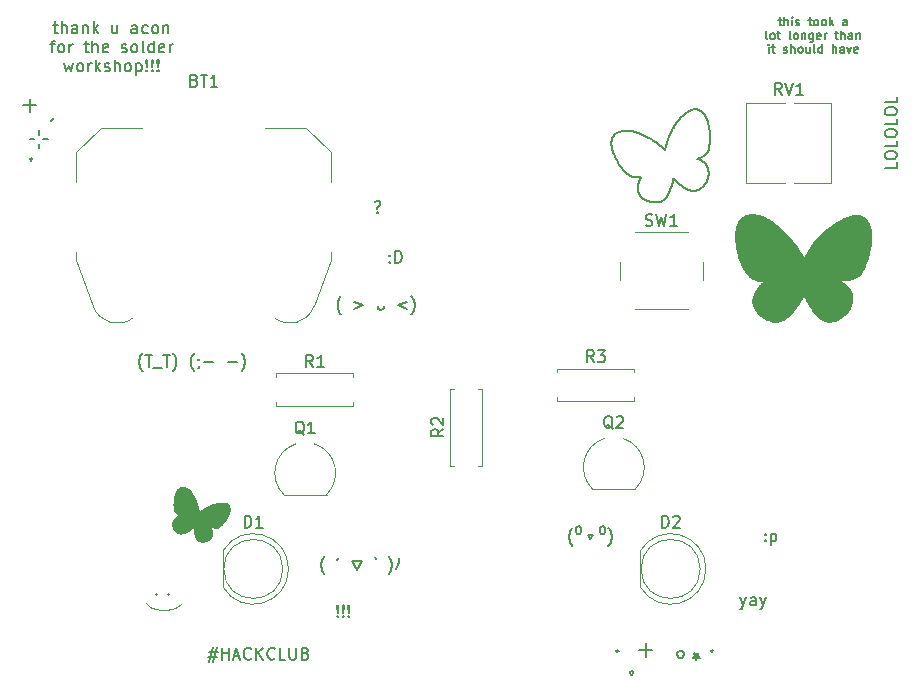
<source format=gbr>
%TF.GenerationSoftware,KiCad,Pcbnew,9.0.2*%
%TF.CreationDate,2025-06-28T05:17:50-07:00*%
%TF.ProjectId,butterfly5,62757474-6572-4666-9c79-352e6b696361,rev?*%
%TF.SameCoordinates,Original*%
%TF.FileFunction,Legend,Top*%
%TF.FilePolarity,Positive*%
%FSLAX46Y46*%
G04 Gerber Fmt 4.6, Leading zero omitted, Abs format (unit mm)*
G04 Created by KiCad (PCBNEW 9.0.2) date 2025-06-28 05:17:50*
%MOMM*%
%LPD*%
G01*
G04 APERTURE LIST*
%ADD10C,0.079374*%
%ADD11C,0.033337*%
%ADD12C,0.190499*%
%ADD13C,0.150000*%
%ADD14C,0.100000*%
%ADD15C,0.120000*%
G04 APERTURE END LIST*
D10*
X172643173Y-87386149D02*
X172784375Y-87404843D01*
X172923958Y-87432313D01*
X173061615Y-87467797D01*
X173197044Y-87510534D01*
X173329940Y-87559761D01*
X173459998Y-87614718D01*
X173586913Y-87674642D01*
X173710382Y-87738773D01*
X173830100Y-87806348D01*
X173945762Y-87876606D01*
X174057065Y-87948786D01*
X174164151Y-88022445D01*
X174266472Y-88096680D01*
X174363732Y-88170754D01*
X174455633Y-88243932D01*
X174541879Y-88315478D01*
X174622173Y-88384656D01*
X174696217Y-88450729D01*
X174763714Y-88512962D01*
X174794924Y-88542425D01*
X174824397Y-88570659D01*
X174877978Y-88623075D01*
X174924162Y-88669476D01*
X174962654Y-88709127D01*
X174978930Y-88726195D01*
X174993167Y-88741303D01*
X175005331Y-88754361D01*
X175015386Y-88765274D01*
X175023303Y-88773955D01*
X175029038Y-88780311D01*
X175031075Y-88782581D01*
X175032557Y-88784240D01*
X175033616Y-88785298D01*
X175038854Y-88790465D01*
X175058989Y-88810336D01*
X175090901Y-88842062D01*
X175133310Y-88884490D01*
X175184916Y-88936483D01*
X175244409Y-88996927D01*
X175310490Y-89064695D01*
X175381860Y-89138662D01*
X175535180Y-89300621D01*
X175614656Y-89386483D01*
X175694260Y-89474087D01*
X175772681Y-89562299D01*
X175848608Y-89649985D01*
X175920728Y-89736010D01*
X175987730Y-89819239D01*
X176059317Y-89912805D01*
X176132348Y-90012728D01*
X176205981Y-90117285D01*
X176279373Y-90224755D01*
X176351681Y-90333416D01*
X176422062Y-90441544D01*
X176553673Y-90649319D01*
X176613328Y-90745702D01*
X176667751Y-90834792D01*
X176757561Y-90984229D01*
X176783705Y-91028361D01*
X176805106Y-91064715D01*
X177616636Y-89822084D01*
X177618303Y-89819525D01*
X177620314Y-89817276D01*
X178546356Y-88785401D01*
X178548155Y-88783438D01*
X178550139Y-88781708D01*
X178575937Y-88811886D01*
X178550166Y-88781681D01*
X178550176Y-88781676D01*
X178550186Y-88781671D01*
X178550195Y-88781666D01*
X178550200Y-88781663D01*
X178550205Y-88781660D01*
X178550210Y-88781657D01*
X178550215Y-88781653D01*
X178550220Y-88781650D01*
X178550225Y-88781646D01*
X178550230Y-88781642D01*
X178550235Y-88781638D01*
X178550240Y-88781633D01*
X178550245Y-88781628D01*
X178550256Y-88781618D01*
X178550268Y-88781607D01*
X178550294Y-88781584D01*
X178550325Y-88781558D01*
X178550361Y-88781530D01*
X178550400Y-88781500D01*
X178550442Y-88781468D01*
X178550536Y-88781398D01*
X178550621Y-88781318D01*
X178550719Y-88781229D01*
X178550828Y-88781131D01*
X178550949Y-88781024D01*
X178551224Y-88780786D01*
X178551542Y-88780517D01*
X178555536Y-88777159D01*
X178562059Y-88771664D01*
X178571041Y-88764137D01*
X178596230Y-88743296D01*
X178612304Y-88730126D01*
X178630626Y-88715226D01*
X178673753Y-88680534D01*
X178725158Y-88639822D01*
X178784377Y-88593694D01*
X178850944Y-88542755D01*
X178924390Y-88487615D01*
X179004282Y-88428860D01*
X179090153Y-88367098D01*
X179181538Y-88302934D01*
X179277972Y-88236977D01*
X179378990Y-88169833D01*
X179484126Y-88102109D01*
X179592915Y-88034413D01*
X179704879Y-87967362D01*
X179819656Y-87901501D01*
X179936778Y-87837446D01*
X180055777Y-87775814D01*
X180176186Y-87717221D01*
X180297534Y-87662283D01*
X180419356Y-87611617D01*
X180541182Y-87565838D01*
X180601865Y-87545002D01*
X180662471Y-87525584D01*
X180722935Y-87507669D01*
X180783196Y-87491342D01*
X180843191Y-87476687D01*
X180902858Y-87463789D01*
X180962134Y-87452733D01*
X181020958Y-87443604D01*
X181079266Y-87436485D01*
X181136996Y-87431463D01*
X181194087Y-87428621D01*
X181250475Y-87428044D01*
X181306097Y-87429817D01*
X181360893Y-87434025D01*
X181414799Y-87440752D01*
X181467753Y-87450083D01*
X181545850Y-87468508D01*
X181620454Y-87491240D01*
X181691617Y-87518153D01*
X181759390Y-87549121D01*
X181823827Y-87584019D01*
X181884978Y-87622722D01*
X181942897Y-87665104D01*
X181997634Y-87711040D01*
X182049242Y-87760406D01*
X182097773Y-87813074D01*
X182143278Y-87868920D01*
X182185811Y-87927819D01*
X182225423Y-87989645D01*
X182262165Y-88054273D01*
X182296091Y-88121577D01*
X182327251Y-88191433D01*
X182355588Y-88263399D01*
X182381312Y-88337679D01*
X182404480Y-88414156D01*
X182425148Y-88492716D01*
X182443372Y-88573240D01*
X182459207Y-88655612D01*
X182472710Y-88739717D01*
X182483938Y-88825437D01*
X182492945Y-88912656D01*
X182499788Y-89001257D01*
X182504524Y-89091125D01*
X182507207Y-89182143D01*
X182507895Y-89274194D01*
X182506642Y-89367161D01*
X182503506Y-89460929D01*
X182498542Y-89555381D01*
X182483341Y-89746029D01*
X182461433Y-89938430D01*
X182433227Y-90131683D01*
X182399129Y-90324891D01*
X182359547Y-90517153D01*
X182314888Y-90707568D01*
X182265560Y-90895239D01*
X182211969Y-91079265D01*
X182154524Y-91258746D01*
X182093630Y-91432784D01*
X182029697Y-91600477D01*
X181963130Y-91760928D01*
X181894338Y-91913235D01*
X181823727Y-92056500D01*
X181751705Y-92189823D01*
X181678679Y-92312305D01*
X181649488Y-92356377D01*
X181618658Y-92398432D01*
X181586258Y-92438514D01*
X181552356Y-92476665D01*
X181517024Y-92512929D01*
X181480331Y-92547348D01*
X181442346Y-92579966D01*
X181403139Y-92610826D01*
X181362780Y-92639971D01*
X181321339Y-92667444D01*
X181278886Y-92693288D01*
X181235489Y-92717547D01*
X181146146Y-92761478D01*
X181053868Y-92799585D01*
X180959213Y-92832210D01*
X180862738Y-92859699D01*
X180765002Y-92882397D01*
X180666562Y-92900648D01*
X180567975Y-92914798D01*
X180469800Y-92925191D01*
X180372595Y-92932172D01*
X180276916Y-92936086D01*
X180190787Y-92937268D01*
X180106515Y-92936414D01*
X180024503Y-92933770D01*
X179945148Y-92929581D01*
X179868852Y-92924093D01*
X179796015Y-92917553D01*
X179727036Y-92910207D01*
X179662316Y-92902299D01*
X179704611Y-92923167D01*
X179748614Y-92945524D01*
X179794129Y-92969362D01*
X179840955Y-92994675D01*
X179888896Y-93021455D01*
X179937752Y-93049695D01*
X179987324Y-93079388D01*
X180037416Y-93110526D01*
X180103228Y-93153319D01*
X180169353Y-93198682D01*
X180235317Y-93246599D01*
X180300650Y-93297055D01*
X180364880Y-93350035D01*
X180427534Y-93405525D01*
X180488141Y-93463508D01*
X180546229Y-93523971D01*
X180601326Y-93586897D01*
X180652961Y-93652271D01*
X180700661Y-93720079D01*
X180743954Y-93790306D01*
X180782370Y-93862936D01*
X180799601Y-93900147D01*
X180815436Y-93937954D01*
X180829815Y-93976353D01*
X180842679Y-94015344D01*
X180853971Y-94054925D01*
X180863630Y-94095093D01*
X180883862Y-94203987D01*
X180897180Y-94312704D01*
X180903762Y-94421040D01*
X180903788Y-94528789D01*
X180897440Y-94635745D01*
X180884897Y-94741702D01*
X180866339Y-94846453D01*
X180841946Y-94949795D01*
X180811898Y-95051519D01*
X180776376Y-95151421D01*
X180735560Y-95249295D01*
X180689629Y-95344935D01*
X180638764Y-95438134D01*
X180583145Y-95528688D01*
X180522951Y-95616390D01*
X180458364Y-95701035D01*
X180389563Y-95782416D01*
X180316729Y-95860329D01*
X180240041Y-95934566D01*
X180159679Y-96004922D01*
X180075825Y-96071191D01*
X179988656Y-96133168D01*
X179898355Y-96190646D01*
X179805101Y-96243420D01*
X179709074Y-96291284D01*
X179610454Y-96334032D01*
X179509422Y-96371458D01*
X179406156Y-96403356D01*
X179300839Y-96429520D01*
X179193649Y-96449746D01*
X179084767Y-96463825D01*
X178974373Y-96471554D01*
X178913931Y-96472168D01*
X178854062Y-96469192D01*
X178794780Y-96462749D01*
X178736101Y-96452963D01*
X178678040Y-96439957D01*
X178620613Y-96423857D01*
X178563836Y-96404785D01*
X178507724Y-96382866D01*
X178452292Y-96358224D01*
X178397556Y-96330981D01*
X178343533Y-96301263D01*
X178290236Y-96269193D01*
X178237682Y-96234895D01*
X178185886Y-96198493D01*
X178134864Y-96160110D01*
X178084632Y-96119870D01*
X178035149Y-96077843D01*
X177986404Y-96034130D01*
X177938410Y-95988843D01*
X177891183Y-95942095D01*
X177844734Y-95894000D01*
X177799078Y-95844671D01*
X177754229Y-95794220D01*
X177710200Y-95742760D01*
X177667005Y-95690405D01*
X177624658Y-95637268D01*
X177583173Y-95583461D01*
X177542562Y-95529098D01*
X177464022Y-95419154D01*
X177389148Y-95308341D01*
X177317930Y-95197382D01*
X177250500Y-95087186D01*
X177186971Y-94978637D01*
X177127455Y-94872621D01*
X177072064Y-94770022D01*
X177020910Y-94671725D01*
X176974105Y-94578613D01*
X176931763Y-94491572D01*
X176893958Y-94411416D01*
X176860825Y-94339059D01*
X176832468Y-94275384D01*
X176808996Y-94221274D01*
X176800000Y-94200000D01*
X176792684Y-94214616D01*
X176784734Y-94230322D01*
X176755104Y-94287767D01*
X176719448Y-94355275D01*
X176677957Y-94431876D01*
X176630826Y-94516601D01*
X176578256Y-94608458D01*
X176520412Y-94706533D01*
X176457488Y-94809852D01*
X176389678Y-94917442D01*
X176317178Y-95028329D01*
X176240182Y-95141542D01*
X176158885Y-95256105D01*
X176073481Y-95371047D01*
X175984179Y-95485360D01*
X175891046Y-95598241D01*
X175794274Y-95708697D01*
X175744583Y-95762704D01*
X175694055Y-95815732D01*
X175642714Y-95867656D01*
X175590582Y-95918352D01*
X175537686Y-95967695D01*
X175484047Y-96015562D01*
X175429691Y-96061827D01*
X175374642Y-96106367D01*
X175318924Y-96149057D01*
X175262560Y-96189773D01*
X175205539Y-96228415D01*
X175147832Y-96264884D01*
X175089468Y-96299044D01*
X175030473Y-96330759D01*
X174970875Y-96359893D01*
X174910702Y-96386310D01*
X174849981Y-96409874D01*
X174788740Y-96430448D01*
X174727006Y-96447896D01*
X174664808Y-96462083D01*
X174602171Y-96472871D01*
X174539125Y-96480126D01*
X174475696Y-96483710D01*
X174411912Y-96483487D01*
X174347800Y-96479322D01*
X174283389Y-96471078D01*
X174175161Y-96451277D01*
X174067771Y-96426693D01*
X173961491Y-96397453D01*
X173856597Y-96363682D01*
X173753362Y-96325506D01*
X173652060Y-96283051D01*
X173552966Y-96236443D01*
X173456354Y-96185808D01*
X173362497Y-96131271D01*
X173271671Y-96072959D01*
X173184148Y-96010996D01*
X173100203Y-95945510D01*
X173020110Y-95876626D01*
X172944143Y-95804470D01*
X172872576Y-95729167D01*
X172805684Y-95650844D01*
X172743534Y-95569332D01*
X172686644Y-95485018D01*
X172635296Y-95398038D01*
X172589772Y-95308528D01*
X172550351Y-95216625D01*
X172517316Y-95122466D01*
X172490948Y-95026188D01*
X172471528Y-94927926D01*
X172459336Y-94827818D01*
X172454655Y-94726000D01*
X172455219Y-94674493D01*
X172457766Y-94622609D01*
X172462331Y-94570366D01*
X172468950Y-94517782D01*
X172477657Y-94464872D01*
X172488487Y-94411654D01*
X172501477Y-94358146D01*
X172516660Y-94304363D01*
X172534073Y-94250324D01*
X172553749Y-94196046D01*
X172575726Y-94141545D01*
X172600036Y-94086838D01*
X172650619Y-93982741D01*
X172702783Y-93884157D01*
X172756326Y-93790943D01*
X172811043Y-93702951D01*
X172866731Y-93620036D01*
X172923186Y-93542052D01*
X172980204Y-93468855D01*
X173037581Y-93400298D01*
X173095113Y-93336235D01*
X173152597Y-93276522D01*
X173209829Y-93221012D01*
X173266605Y-93169559D01*
X173322721Y-93122018D01*
X173377974Y-93078244D01*
X173432159Y-93038090D01*
X173485073Y-93001412D01*
X173417869Y-93010185D01*
X173348007Y-93016697D01*
X173275731Y-93020581D01*
X173238763Y-93021424D01*
X173201283Y-93021474D01*
X173163320Y-93020685D01*
X173124906Y-93019011D01*
X173086071Y-93016407D01*
X173046844Y-93012827D01*
X173007257Y-93008226D01*
X172967339Y-93002558D01*
X172927122Y-92995777D01*
X172886636Y-92987839D01*
X172824303Y-92973364D01*
X172761580Y-92955931D01*
X172698573Y-92935384D01*
X172635390Y-92911569D01*
X172572140Y-92884330D01*
X172508930Y-92853513D01*
X172445867Y-92818963D01*
X172383059Y-92780525D01*
X172320615Y-92738043D01*
X172258641Y-92691364D01*
X172197246Y-92640331D01*
X172136537Y-92584790D01*
X172076621Y-92524586D01*
X172017608Y-92459565D01*
X171959604Y-92389570D01*
X171902716Y-92314448D01*
X171824170Y-92199330D01*
X171747003Y-92073076D01*
X171671582Y-91936567D01*
X171598277Y-91790687D01*
X171527452Y-91636318D01*
X171459477Y-91474343D01*
X171394719Y-91305645D01*
X171333544Y-91131106D01*
X171276320Y-90951610D01*
X171223414Y-90768038D01*
X171175194Y-90581274D01*
X171132028Y-90392201D01*
X171094282Y-90201701D01*
X171062323Y-90010657D01*
X171036520Y-89819951D01*
X171017240Y-89630467D01*
X171004832Y-89442784D01*
X170999693Y-89257752D01*
X170999974Y-89166512D01*
X171002224Y-89076275D01*
X171006492Y-88987153D01*
X171012829Y-88899259D01*
X171021286Y-88812707D01*
X171031912Y-88727609D01*
X171044758Y-88644079D01*
X171059875Y-88562231D01*
X171077312Y-88482176D01*
X171097121Y-88404029D01*
X171119351Y-88327902D01*
X171144054Y-88253909D01*
X171171370Y-88181946D01*
X171201305Y-88112301D01*
X171233907Y-88045101D01*
X171269229Y-87980471D01*
X171307319Y-87918536D01*
X171348229Y-87859421D01*
X171392010Y-87803252D01*
X171438711Y-87750154D01*
X171488383Y-87700252D01*
X171541076Y-87653671D01*
X171596842Y-87610538D01*
X171655730Y-87570977D01*
X171717791Y-87535113D01*
X171783075Y-87503073D01*
X171851633Y-87474980D01*
X171923515Y-87450961D01*
X171995877Y-87431038D01*
X172068252Y-87414355D01*
X172212890Y-87390333D01*
X172357126Y-87378132D01*
X172500655Y-87376991D01*
X172643173Y-87386149D01*
G36*
X172643173Y-87386149D02*
G01*
X172784375Y-87404843D01*
X172923958Y-87432313D01*
X173061615Y-87467797D01*
X173197044Y-87510534D01*
X173329940Y-87559761D01*
X173459998Y-87614718D01*
X173586913Y-87674642D01*
X173710382Y-87738773D01*
X173830100Y-87806348D01*
X173945762Y-87876606D01*
X174057065Y-87948786D01*
X174164151Y-88022445D01*
X174266472Y-88096680D01*
X174363732Y-88170754D01*
X174455633Y-88243932D01*
X174541879Y-88315478D01*
X174622173Y-88384656D01*
X174696217Y-88450729D01*
X174763714Y-88512962D01*
X174794924Y-88542425D01*
X174824397Y-88570659D01*
X174877978Y-88623075D01*
X174924162Y-88669476D01*
X174962654Y-88709127D01*
X174978930Y-88726195D01*
X174993167Y-88741303D01*
X175005331Y-88754361D01*
X175015386Y-88765274D01*
X175023303Y-88773955D01*
X175029038Y-88780311D01*
X175031075Y-88782581D01*
X175032557Y-88784240D01*
X175033616Y-88785298D01*
X175038854Y-88790465D01*
X175058989Y-88810336D01*
X175090901Y-88842062D01*
X175133310Y-88884490D01*
X175184916Y-88936483D01*
X175244409Y-88996927D01*
X175310490Y-89064695D01*
X175381860Y-89138662D01*
X175535180Y-89300621D01*
X175614656Y-89386483D01*
X175694260Y-89474087D01*
X175772681Y-89562299D01*
X175848608Y-89649985D01*
X175920728Y-89736010D01*
X175987730Y-89819239D01*
X176059317Y-89912805D01*
X176132348Y-90012728D01*
X176205981Y-90117285D01*
X176279373Y-90224755D01*
X176351681Y-90333416D01*
X176422062Y-90441544D01*
X176553673Y-90649319D01*
X176613328Y-90745702D01*
X176667751Y-90834792D01*
X176757561Y-90984229D01*
X176783705Y-91028361D01*
X176805106Y-91064715D01*
X177616636Y-89822084D01*
X177618303Y-89819525D01*
X177620314Y-89817276D01*
X178546356Y-88785401D01*
X178548155Y-88783438D01*
X178550139Y-88781708D01*
X178575937Y-88811886D01*
X178550166Y-88781681D01*
X178550176Y-88781676D01*
X178550186Y-88781671D01*
X178550195Y-88781666D01*
X178550200Y-88781663D01*
X178550205Y-88781660D01*
X178550210Y-88781657D01*
X178550215Y-88781653D01*
X178550220Y-88781650D01*
X178550225Y-88781646D01*
X178550230Y-88781642D01*
X178550235Y-88781638D01*
X178550240Y-88781633D01*
X178550245Y-88781628D01*
X178550256Y-88781618D01*
X178550268Y-88781607D01*
X178550294Y-88781584D01*
X178550325Y-88781558D01*
X178550361Y-88781530D01*
X178550400Y-88781500D01*
X178550442Y-88781468D01*
X178550536Y-88781398D01*
X178550621Y-88781318D01*
X178550719Y-88781229D01*
X178550828Y-88781131D01*
X178550949Y-88781024D01*
X178551224Y-88780786D01*
X178551542Y-88780517D01*
X178555536Y-88777159D01*
X178562059Y-88771664D01*
X178571041Y-88764137D01*
X178596230Y-88743296D01*
X178612304Y-88730126D01*
X178630626Y-88715226D01*
X178673753Y-88680534D01*
X178725158Y-88639822D01*
X178784377Y-88593694D01*
X178850944Y-88542755D01*
X178924390Y-88487615D01*
X179004282Y-88428860D01*
X179090153Y-88367098D01*
X179181538Y-88302934D01*
X179277972Y-88236977D01*
X179378990Y-88169833D01*
X179484126Y-88102109D01*
X179592915Y-88034413D01*
X179704879Y-87967362D01*
X179819656Y-87901501D01*
X179936778Y-87837446D01*
X180055777Y-87775814D01*
X180176186Y-87717221D01*
X180297534Y-87662283D01*
X180419356Y-87611617D01*
X180541182Y-87565838D01*
X180601865Y-87545002D01*
X180662471Y-87525584D01*
X180722935Y-87507669D01*
X180783196Y-87491342D01*
X180843191Y-87476687D01*
X180902858Y-87463789D01*
X180962134Y-87452733D01*
X181020958Y-87443604D01*
X181079266Y-87436485D01*
X181136996Y-87431463D01*
X181194087Y-87428621D01*
X181250475Y-87428044D01*
X181306097Y-87429817D01*
X181360893Y-87434025D01*
X181414799Y-87440752D01*
X181467753Y-87450083D01*
X181545850Y-87468508D01*
X181620454Y-87491240D01*
X181691617Y-87518153D01*
X181759390Y-87549121D01*
X181823827Y-87584019D01*
X181884978Y-87622722D01*
X181942897Y-87665104D01*
X181997634Y-87711040D01*
X182049242Y-87760406D01*
X182097773Y-87813074D01*
X182143278Y-87868920D01*
X182185811Y-87927819D01*
X182225423Y-87989645D01*
X182262165Y-88054273D01*
X182296091Y-88121577D01*
X182327251Y-88191433D01*
X182355588Y-88263399D01*
X182381312Y-88337679D01*
X182404480Y-88414156D01*
X182425148Y-88492716D01*
X182443372Y-88573240D01*
X182459207Y-88655612D01*
X182472710Y-88739717D01*
X182483938Y-88825437D01*
X182492945Y-88912656D01*
X182499788Y-89001257D01*
X182504524Y-89091125D01*
X182507207Y-89182143D01*
X182507895Y-89274194D01*
X182506642Y-89367161D01*
X182503506Y-89460929D01*
X182498542Y-89555381D01*
X182483341Y-89746029D01*
X182461433Y-89938430D01*
X182433227Y-90131683D01*
X182399129Y-90324891D01*
X182359547Y-90517153D01*
X182314888Y-90707568D01*
X182265560Y-90895239D01*
X182211969Y-91079265D01*
X182154524Y-91258746D01*
X182093630Y-91432784D01*
X182029697Y-91600477D01*
X181963130Y-91760928D01*
X181894338Y-91913235D01*
X181823727Y-92056500D01*
X181751705Y-92189823D01*
X181678679Y-92312305D01*
X181649488Y-92356377D01*
X181618658Y-92398432D01*
X181586258Y-92438514D01*
X181552356Y-92476665D01*
X181517024Y-92512929D01*
X181480331Y-92547348D01*
X181442346Y-92579966D01*
X181403139Y-92610826D01*
X181362780Y-92639971D01*
X181321339Y-92667444D01*
X181278886Y-92693288D01*
X181235489Y-92717547D01*
X181146146Y-92761478D01*
X181053868Y-92799585D01*
X180959213Y-92832210D01*
X180862738Y-92859699D01*
X180765002Y-92882397D01*
X180666562Y-92900648D01*
X180567975Y-92914798D01*
X180469800Y-92925191D01*
X180372595Y-92932172D01*
X180276916Y-92936086D01*
X180190787Y-92937268D01*
X180106515Y-92936414D01*
X180024503Y-92933770D01*
X179945148Y-92929581D01*
X179868852Y-92924093D01*
X179796015Y-92917553D01*
X179727036Y-92910207D01*
X179662316Y-92902299D01*
X179704611Y-92923167D01*
X179748614Y-92945524D01*
X179794129Y-92969362D01*
X179840955Y-92994675D01*
X179888896Y-93021455D01*
X179937752Y-93049695D01*
X179987324Y-93079388D01*
X180037416Y-93110526D01*
X180103228Y-93153319D01*
X180169353Y-93198682D01*
X180235317Y-93246599D01*
X180300650Y-93297055D01*
X180364880Y-93350035D01*
X180427534Y-93405525D01*
X180488141Y-93463508D01*
X180546229Y-93523971D01*
X180601326Y-93586897D01*
X180652961Y-93652271D01*
X180700661Y-93720079D01*
X180743954Y-93790306D01*
X180782370Y-93862936D01*
X180799601Y-93900147D01*
X180815436Y-93937954D01*
X180829815Y-93976353D01*
X180842679Y-94015344D01*
X180853971Y-94054925D01*
X180863630Y-94095093D01*
X180883862Y-94203987D01*
X180897180Y-94312704D01*
X180903762Y-94421040D01*
X180903788Y-94528789D01*
X180897440Y-94635745D01*
X180884897Y-94741702D01*
X180866339Y-94846453D01*
X180841946Y-94949795D01*
X180811898Y-95051519D01*
X180776376Y-95151421D01*
X180735560Y-95249295D01*
X180689629Y-95344935D01*
X180638764Y-95438134D01*
X180583145Y-95528688D01*
X180522951Y-95616390D01*
X180458364Y-95701035D01*
X180389563Y-95782416D01*
X180316729Y-95860329D01*
X180240041Y-95934566D01*
X180159679Y-96004922D01*
X180075825Y-96071191D01*
X179988656Y-96133168D01*
X179898355Y-96190646D01*
X179805101Y-96243420D01*
X179709074Y-96291284D01*
X179610454Y-96334032D01*
X179509422Y-96371458D01*
X179406156Y-96403356D01*
X179300839Y-96429520D01*
X179193649Y-96449746D01*
X179084767Y-96463825D01*
X178974373Y-96471554D01*
X178913931Y-96472168D01*
X178854062Y-96469192D01*
X178794780Y-96462749D01*
X178736101Y-96452963D01*
X178678040Y-96439957D01*
X178620613Y-96423857D01*
X178563836Y-96404785D01*
X178507724Y-96382866D01*
X178452292Y-96358224D01*
X178397556Y-96330981D01*
X178343533Y-96301263D01*
X178290236Y-96269193D01*
X178237682Y-96234895D01*
X178185886Y-96198493D01*
X178134864Y-96160110D01*
X178084632Y-96119870D01*
X178035149Y-96077843D01*
X177986404Y-96034130D01*
X177938410Y-95988843D01*
X177891183Y-95942095D01*
X177844734Y-95894000D01*
X177799078Y-95844671D01*
X177754229Y-95794220D01*
X177710200Y-95742760D01*
X177667005Y-95690405D01*
X177624658Y-95637268D01*
X177583173Y-95583461D01*
X177542562Y-95529098D01*
X177464022Y-95419154D01*
X177389148Y-95308341D01*
X177317930Y-95197382D01*
X177250500Y-95087186D01*
X177186971Y-94978637D01*
X177127455Y-94872621D01*
X177072064Y-94770022D01*
X177020910Y-94671725D01*
X176974105Y-94578613D01*
X176931763Y-94491572D01*
X176893958Y-94411416D01*
X176860825Y-94339059D01*
X176832468Y-94275384D01*
X176808996Y-94221274D01*
X176800000Y-94200000D01*
X176792684Y-94214616D01*
X176784734Y-94230322D01*
X176755104Y-94287767D01*
X176719448Y-94355275D01*
X176677957Y-94431876D01*
X176630826Y-94516601D01*
X176578256Y-94608458D01*
X176520412Y-94706533D01*
X176457488Y-94809852D01*
X176389678Y-94917442D01*
X176317178Y-95028329D01*
X176240182Y-95141542D01*
X176158885Y-95256105D01*
X176073481Y-95371047D01*
X175984179Y-95485360D01*
X175891046Y-95598241D01*
X175794274Y-95708697D01*
X175744583Y-95762704D01*
X175694055Y-95815732D01*
X175642714Y-95867656D01*
X175590582Y-95918352D01*
X175537686Y-95967695D01*
X175484047Y-96015562D01*
X175429691Y-96061827D01*
X175374642Y-96106367D01*
X175318924Y-96149057D01*
X175262560Y-96189773D01*
X175205539Y-96228415D01*
X175147832Y-96264884D01*
X175089468Y-96299044D01*
X175030473Y-96330759D01*
X174970875Y-96359893D01*
X174910702Y-96386310D01*
X174849981Y-96409874D01*
X174788740Y-96430448D01*
X174727006Y-96447896D01*
X174664808Y-96462083D01*
X174602171Y-96472871D01*
X174539125Y-96480126D01*
X174475696Y-96483710D01*
X174411912Y-96483487D01*
X174347800Y-96479322D01*
X174283389Y-96471078D01*
X174175161Y-96451277D01*
X174067771Y-96426693D01*
X173961491Y-96397453D01*
X173856597Y-96363682D01*
X173753362Y-96325506D01*
X173652060Y-96283051D01*
X173552966Y-96236443D01*
X173456354Y-96185808D01*
X173362497Y-96131271D01*
X173271671Y-96072959D01*
X173184148Y-96010996D01*
X173100203Y-95945510D01*
X173020110Y-95876626D01*
X172944143Y-95804470D01*
X172872576Y-95729167D01*
X172805684Y-95650844D01*
X172743534Y-95569332D01*
X172686644Y-95485018D01*
X172635296Y-95398038D01*
X172589772Y-95308528D01*
X172550351Y-95216625D01*
X172517316Y-95122466D01*
X172490948Y-95026188D01*
X172471528Y-94927926D01*
X172459336Y-94827818D01*
X172454655Y-94726000D01*
X172455219Y-94674493D01*
X172457766Y-94622609D01*
X172462331Y-94570366D01*
X172468950Y-94517782D01*
X172477657Y-94464872D01*
X172488487Y-94411654D01*
X172501477Y-94358146D01*
X172516660Y-94304363D01*
X172534073Y-94250324D01*
X172553749Y-94196046D01*
X172575726Y-94141545D01*
X172600036Y-94086838D01*
X172650619Y-93982741D01*
X172702783Y-93884157D01*
X172756326Y-93790943D01*
X172811043Y-93702951D01*
X172866731Y-93620036D01*
X172923186Y-93542052D01*
X172980204Y-93468855D01*
X173037581Y-93400298D01*
X173095113Y-93336235D01*
X173152597Y-93276522D01*
X173209829Y-93221012D01*
X173266605Y-93169559D01*
X173322721Y-93122018D01*
X173377974Y-93078244D01*
X173432159Y-93038090D01*
X173485073Y-93001412D01*
X173417869Y-93010185D01*
X173348007Y-93016697D01*
X173275731Y-93020581D01*
X173238763Y-93021424D01*
X173201283Y-93021474D01*
X173163320Y-93020685D01*
X173124906Y-93019011D01*
X173086071Y-93016407D01*
X173046844Y-93012827D01*
X173007257Y-93008226D01*
X172967339Y-93002558D01*
X172927122Y-92995777D01*
X172886636Y-92987839D01*
X172824303Y-92973364D01*
X172761580Y-92955931D01*
X172698573Y-92935384D01*
X172635390Y-92911569D01*
X172572140Y-92884330D01*
X172508930Y-92853513D01*
X172445867Y-92818963D01*
X172383059Y-92780525D01*
X172320615Y-92738043D01*
X172258641Y-92691364D01*
X172197246Y-92640331D01*
X172136537Y-92584790D01*
X172076621Y-92524586D01*
X172017608Y-92459565D01*
X171959604Y-92389570D01*
X171902716Y-92314448D01*
X171824170Y-92199330D01*
X171747003Y-92073076D01*
X171671582Y-91936567D01*
X171598277Y-91790687D01*
X171527452Y-91636318D01*
X171459477Y-91474343D01*
X171394719Y-91305645D01*
X171333544Y-91131106D01*
X171276320Y-90951610D01*
X171223414Y-90768038D01*
X171175194Y-90581274D01*
X171132028Y-90392201D01*
X171094282Y-90201701D01*
X171062323Y-90010657D01*
X171036520Y-89819951D01*
X171017240Y-89630467D01*
X171004832Y-89442784D01*
X170999693Y-89257752D01*
X170999974Y-89166512D01*
X171002224Y-89076275D01*
X171006492Y-88987153D01*
X171012829Y-88899259D01*
X171021286Y-88812707D01*
X171031912Y-88727609D01*
X171044758Y-88644079D01*
X171059875Y-88562231D01*
X171077312Y-88482176D01*
X171097121Y-88404029D01*
X171119351Y-88327902D01*
X171144054Y-88253909D01*
X171171370Y-88181946D01*
X171201305Y-88112301D01*
X171233907Y-88045101D01*
X171269229Y-87980471D01*
X171307319Y-87918536D01*
X171348229Y-87859421D01*
X171392010Y-87803252D01*
X171438711Y-87750154D01*
X171488383Y-87700252D01*
X171541076Y-87653671D01*
X171596842Y-87610538D01*
X171655730Y-87570977D01*
X171717791Y-87535113D01*
X171783075Y-87503073D01*
X171851633Y-87474980D01*
X171923515Y-87450961D01*
X171995877Y-87431038D01*
X172068252Y-87414355D01*
X172212890Y-87390333D01*
X172357126Y-87378132D01*
X172500655Y-87376991D01*
X172643173Y-87386149D01*
G37*
D11*
X124210443Y-110449517D02*
X124226431Y-110450458D01*
X124257808Y-110453488D01*
X124288705Y-110457791D01*
X124319120Y-110463325D01*
X124349054Y-110470047D01*
X124378505Y-110477912D01*
X124407473Y-110486880D01*
X124463957Y-110507946D01*
X124518500Y-110532902D01*
X124571098Y-110561402D01*
X124621744Y-110593102D01*
X124670434Y-110627658D01*
X124717163Y-110664725D01*
X124761924Y-110703959D01*
X124804713Y-110745015D01*
X124845525Y-110787550D01*
X124884354Y-110831218D01*
X124921194Y-110875675D01*
X124956042Y-110920577D01*
X124988891Y-110965579D01*
X125019864Y-111010531D01*
X125048882Y-111054994D01*
X125075937Y-111098636D01*
X125101024Y-111141122D01*
X125124137Y-111182120D01*
X125145269Y-111221296D01*
X125164416Y-111258318D01*
X125181570Y-111292852D01*
X125196734Y-111324586D01*
X125209900Y-111353183D01*
X125221064Y-111378311D01*
X125230221Y-111399638D01*
X125234046Y-111408773D01*
X125237369Y-111416834D01*
X125242500Y-111429570D01*
X125244299Y-111434162D01*
X125245589Y-111437516D01*
X125246056Y-111438711D01*
X125246389Y-111439583D01*
X125246645Y-111440157D01*
X125247180Y-111441339D01*
X125247923Y-111442971D01*
X125250009Y-111447538D01*
X125252846Y-111453783D01*
X125260615Y-111471016D01*
X125270892Y-111494021D01*
X125297631Y-111554785D01*
X125313399Y-111591280D01*
X125330311Y-111631001D01*
X125366185Y-111717523D01*
X125402596Y-111809426D01*
X125420142Y-111855791D01*
X125436788Y-111901576D01*
X125452191Y-111946137D01*
X125466006Y-111988835D01*
X125480067Y-112036275D01*
X125493742Y-112086426D01*
X125506957Y-112138485D01*
X125519642Y-112191650D01*
X125543126Y-112298094D01*
X125563618Y-112399342D01*
X125572578Y-112446098D01*
X125580577Y-112489207D01*
X125593410Y-112561295D01*
X125597055Y-112582531D01*
X125600000Y-112600000D01*
X126104663Y-112234110D01*
X126105708Y-112233354D01*
X126106830Y-112232776D01*
X126624828Y-111966743D01*
X126625817Y-111966232D01*
X126626862Y-111965854D01*
X126632452Y-111981556D01*
X126626873Y-111965843D01*
X126626917Y-111965843D01*
X126626927Y-111965838D01*
X126626940Y-111965833D01*
X126626955Y-111965826D01*
X126626973Y-111965819D01*
X126626993Y-111965812D01*
X126627014Y-111965804D01*
X126627037Y-111965796D01*
X126627062Y-111965788D01*
X126627281Y-111965705D01*
X126627421Y-111965655D01*
X126627500Y-111965627D01*
X126627584Y-111965599D01*
X126629662Y-111964876D01*
X126633042Y-111963700D01*
X126637696Y-111962098D01*
X126650702Y-111957693D01*
X126668400Y-111951830D01*
X126690520Y-111944687D01*
X126716791Y-111936420D01*
X126746940Y-111927199D01*
X126780692Y-111917193D01*
X126857930Y-111895490D01*
X126900879Y-111884128D01*
X126946350Y-111872652D01*
X126994072Y-111861230D01*
X127043770Y-111850029D01*
X127095172Y-111839220D01*
X127148004Y-111828970D01*
X127201982Y-111819444D01*
X127256886Y-111810807D01*
X127312438Y-111803231D01*
X127368364Y-111796887D01*
X127424387Y-111791947D01*
X127480232Y-111788583D01*
X127535622Y-111786965D01*
X127590282Y-111787265D01*
X127643902Y-111789651D01*
X127670310Y-111791686D01*
X127696399Y-111794312D01*
X127722134Y-111797555D01*
X127747477Y-111801438D01*
X127772390Y-111805986D01*
X127796837Y-111811221D01*
X127820781Y-111817168D01*
X127844184Y-111823851D01*
X127867008Y-111831293D01*
X127889218Y-111839519D01*
X127910776Y-111848551D01*
X127931644Y-111858415D01*
X127951785Y-111869134D01*
X127971163Y-111880732D01*
X127985357Y-111890052D01*
X127999041Y-111899669D01*
X128012222Y-111909577D01*
X128024904Y-111919771D01*
X128037091Y-111930246D01*
X128048789Y-111940997D01*
X128060003Y-111952019D01*
X128070738Y-111963306D01*
X128080997Y-111974854D01*
X128090787Y-111986656D01*
X128100112Y-111998709D01*
X128108978Y-112011007D01*
X128117388Y-112023545D01*
X128125348Y-112036317D01*
X128139938Y-112062544D01*
X128152787Y-112089647D01*
X128163933Y-112117585D01*
X128173416Y-112146317D01*
X128181275Y-112175800D01*
X128187550Y-112205995D01*
X128192279Y-112236859D01*
X128195502Y-112268351D01*
X128197258Y-112300429D01*
X128197588Y-112332912D01*
X128196547Y-112365912D01*
X128194173Y-112399390D01*
X128190507Y-112433311D01*
X128185587Y-112467636D01*
X128179453Y-112502328D01*
X128172145Y-112537350D01*
X128163701Y-112572665D01*
X128154162Y-112608235D01*
X128143566Y-112644023D01*
X128131954Y-112679992D01*
X128119364Y-112716105D01*
X128105836Y-112752323D01*
X128091410Y-112788611D01*
X128076124Y-112824930D01*
X128060019Y-112861244D01*
X128025476Y-112933762D01*
X127988039Y-113005964D01*
X127948004Y-113077556D01*
X127905665Y-113148247D01*
X127861315Y-113217746D01*
X127815251Y-113285759D01*
X127767767Y-113351995D01*
X127719157Y-113416163D01*
X127669715Y-113477970D01*
X127619737Y-113537124D01*
X127569518Y-113593334D01*
X127519351Y-113646308D01*
X127469532Y-113695752D01*
X127420354Y-113741377D01*
X127372114Y-113782889D01*
X127325105Y-113819997D01*
X127307046Y-113832914D01*
X127288645Y-113844793D01*
X127269925Y-113855663D01*
X127250905Y-113865550D01*
X127231607Y-113874482D01*
X127212051Y-113882487D01*
X127192258Y-113889591D01*
X127172250Y-113895822D01*
X127131669Y-113905775D01*
X127090475Y-113912565D01*
X127048836Y-113916409D01*
X127006919Y-113917528D01*
X126964891Y-113916141D01*
X126922919Y-113912465D01*
X126881170Y-113906720D01*
X126839811Y-113899125D01*
X126799010Y-113889899D01*
X126758934Y-113879261D01*
X126719750Y-113867430D01*
X126681624Y-113854623D01*
X126647656Y-113842176D01*
X126614722Y-113829208D01*
X126582942Y-113815877D01*
X126552437Y-113802338D01*
X126523327Y-113788748D01*
X126495731Y-113775265D01*
X126469769Y-113762044D01*
X126445561Y-113749243D01*
X126459028Y-113763772D01*
X126472942Y-113779140D01*
X126487226Y-113795315D01*
X126501803Y-113812265D01*
X126516598Y-113829958D01*
X126531533Y-113848362D01*
X126546533Y-113867444D01*
X126561520Y-113887172D01*
X126580927Y-113913824D01*
X126600071Y-113941532D01*
X126618770Y-113970218D01*
X126636840Y-113999806D01*
X126654099Y-114030219D01*
X126670363Y-114061381D01*
X126685450Y-114093214D01*
X126699178Y-114125643D01*
X126711362Y-114158591D01*
X126721821Y-114191980D01*
X126730372Y-114225735D01*
X126736831Y-114259778D01*
X126741016Y-114294033D01*
X126742744Y-114328423D01*
X126742630Y-114345645D01*
X126741832Y-114362872D01*
X126740329Y-114380094D01*
X126738098Y-114397302D01*
X126729713Y-114443058D01*
X126718640Y-114487708D01*
X126704983Y-114531198D01*
X126688842Y-114573476D01*
X126670319Y-114614487D01*
X126649515Y-114654177D01*
X126626532Y-114692493D01*
X126601471Y-114729381D01*
X126574435Y-114764788D01*
X126545523Y-114798658D01*
X126514838Y-114830939D01*
X126482482Y-114861577D01*
X126448556Y-114890519D01*
X126413161Y-114917709D01*
X126376399Y-114943095D01*
X126338372Y-114966623D01*
X126299180Y-114988239D01*
X126258926Y-115007890D01*
X126217711Y-115025520D01*
X126175636Y-115041078D01*
X126132804Y-115054509D01*
X126089315Y-115065758D01*
X126045271Y-115074773D01*
X126000773Y-115081500D01*
X125955924Y-115085885D01*
X125910824Y-115087874D01*
X125865575Y-115087413D01*
X125820279Y-115084449D01*
X125775037Y-115078928D01*
X125729950Y-115070796D01*
X125685121Y-115059999D01*
X125640650Y-115046483D01*
X125616845Y-115037666D01*
X125593801Y-115027526D01*
X125571508Y-115016113D01*
X125549952Y-115003480D01*
X125529121Y-114989675D01*
X125509002Y-114974751D01*
X125489584Y-114958759D01*
X125470854Y-114941748D01*
X125452798Y-114923771D01*
X125435406Y-114904878D01*
X125418664Y-114885120D01*
X125402561Y-114864548D01*
X125387083Y-114843213D01*
X125372218Y-114821166D01*
X125357954Y-114798457D01*
X125344279Y-114775138D01*
X125331163Y-114751232D01*
X125318590Y-114726775D01*
X125306548Y-114701813D01*
X125295026Y-114676393D01*
X125284012Y-114650562D01*
X125273494Y-114624365D01*
X125253901Y-114571060D01*
X125236155Y-114516850D01*
X125220161Y-114462106D01*
X125205827Y-114407197D01*
X125193061Y-114352497D01*
X125181750Y-114298286D01*
X125171811Y-114244943D01*
X125163155Y-114192832D01*
X125155695Y-114142316D01*
X125149341Y-114093760D01*
X125144004Y-114047526D01*
X125136031Y-113963481D01*
X125133216Y-113926373D01*
X125131062Y-113893018D01*
X125129482Y-113863783D01*
X125128386Y-113839033D01*
X125128041Y-113829342D01*
X125122978Y-113833976D01*
X125120295Y-113836422D01*
X125117506Y-113838944D01*
X125097275Y-113857044D01*
X125073165Y-113878187D01*
X125045401Y-113902023D01*
X125030218Y-113914841D01*
X125014205Y-113928199D01*
X124979813Y-113956357D01*
X124942419Y-113986165D01*
X124902246Y-114017269D01*
X124859515Y-114049317D01*
X124814448Y-114081956D01*
X124767269Y-114114832D01*
X124718200Y-114147593D01*
X124667462Y-114179886D01*
X124615294Y-114211351D01*
X124561836Y-114241681D01*
X124507312Y-114270513D01*
X124451949Y-114297487D01*
X124424022Y-114310164D01*
X124395969Y-114322241D01*
X124367819Y-114333672D01*
X124339599Y-114344413D01*
X124311337Y-114354418D01*
X124283062Y-114363642D01*
X124254802Y-114372040D01*
X124226584Y-114379567D01*
X124198420Y-114386179D01*
X124170312Y-114391837D01*
X124142292Y-114396490D01*
X124114392Y-114400090D01*
X124086642Y-114402586D01*
X124059074Y-114403930D01*
X124031718Y-114404073D01*
X124004607Y-114402965D01*
X123977772Y-114400558D01*
X123951242Y-114396800D01*
X123925051Y-114391644D01*
X123899228Y-114385041D01*
X123873806Y-114376940D01*
X123848815Y-114367293D01*
X123824287Y-114356050D01*
X123800252Y-114343162D01*
X123760757Y-114319168D01*
X123722308Y-114293424D01*
X123684992Y-114266020D01*
X123648900Y-114237047D01*
X123614118Y-114206594D01*
X123580737Y-114174752D01*
X123548845Y-114141612D01*
X123518529Y-114107265D01*
X123489880Y-114071799D01*
X123462985Y-114035307D01*
X123437934Y-113997878D01*
X123414815Y-113959603D01*
X123393716Y-113920573D01*
X123374727Y-113880876D01*
X123357936Y-113840605D01*
X123343431Y-113799850D01*
X123331266Y-113758553D01*
X123321584Y-113716945D01*
X123314476Y-113675122D01*
X123310032Y-113633179D01*
X123308341Y-113591213D01*
X123309494Y-113549318D01*
X123313581Y-113507591D01*
X123320690Y-113466128D01*
X123330912Y-113425023D01*
X123344338Y-113384374D01*
X123361056Y-113344275D01*
X123381157Y-113304822D01*
X123404730Y-113266112D01*
X123431865Y-113228240D01*
X123462653Y-113191301D01*
X123497183Y-113155392D01*
X123532632Y-113122132D01*
X123567876Y-113091272D01*
X123602855Y-113062726D01*
X123637513Y-113036406D01*
X123671790Y-113012222D01*
X123705628Y-112990089D01*
X123738970Y-112969918D01*
X123771758Y-112951622D01*
X123803932Y-112935112D01*
X123835436Y-112920301D01*
X123866211Y-112907101D01*
X123896199Y-112895425D01*
X123925342Y-112885184D01*
X123953581Y-112876292D01*
X123980859Y-112868659D01*
X124007117Y-112862199D01*
X123979435Y-112855567D01*
X123951050Y-112847649D01*
X123922111Y-112838339D01*
X123907481Y-112833128D01*
X123892768Y-112827530D01*
X123877992Y-112821530D01*
X123863172Y-112815115D01*
X123848326Y-112808272D01*
X123833472Y-112800987D01*
X123818630Y-112793247D01*
X123803818Y-112785040D01*
X123789056Y-112776350D01*
X123774361Y-112767165D01*
X123752075Y-112752144D01*
X123730080Y-112735902D01*
X123708439Y-112718397D01*
X123687220Y-112699583D01*
X123666488Y-112679415D01*
X123646307Y-112657850D01*
X123626744Y-112634841D01*
X123607863Y-112610346D01*
X123589731Y-112584318D01*
X123572413Y-112556714D01*
X123555975Y-112527488D01*
X123540481Y-112496597D01*
X123525998Y-112463995D01*
X123512591Y-112429638D01*
X123500325Y-112393482D01*
X123489266Y-112355481D01*
X123475705Y-112298542D01*
X123464354Y-112237441D01*
X123455225Y-112172578D01*
X123448330Y-112104355D01*
X123443682Y-112033174D01*
X123441291Y-111959436D01*
X123441170Y-111883542D01*
X123443331Y-111805894D01*
X123447785Y-111726893D01*
X123454544Y-111646941D01*
X123463620Y-111566438D01*
X123475025Y-111485787D01*
X123488770Y-111405388D01*
X123504868Y-111325644D01*
X123523330Y-111246955D01*
X123544168Y-111169723D01*
X123567432Y-111094228D01*
X123593151Y-111020862D01*
X123606938Y-110985107D01*
X123621346Y-110950041D01*
X123636380Y-110915714D01*
X123652041Y-110882180D01*
X123668332Y-110849489D01*
X123685257Y-110817695D01*
X123702817Y-110786848D01*
X123721017Y-110757001D01*
X123739858Y-110728206D01*
X123759343Y-110700515D01*
X123779476Y-110673980D01*
X123800259Y-110648652D01*
X123821763Y-110624512D01*
X123843947Y-110601675D01*
X123866811Y-110580196D01*
X123890357Y-110560134D01*
X123914585Y-110541543D01*
X123939497Y-110524482D01*
X123965093Y-110509007D01*
X123991375Y-110495175D01*
X124018343Y-110483042D01*
X124045999Y-110472665D01*
X124074344Y-110464101D01*
X124103378Y-110457406D01*
X124118154Y-110454778D01*
X124133103Y-110452638D01*
X124148224Y-110450994D01*
X124163519Y-110449853D01*
X124178987Y-110449221D01*
X124194628Y-110449107D01*
X124210443Y-110449517D01*
G36*
X124210443Y-110449517D02*
G01*
X124226431Y-110450458D01*
X124257808Y-110453488D01*
X124288705Y-110457791D01*
X124319120Y-110463325D01*
X124349054Y-110470047D01*
X124378505Y-110477912D01*
X124407473Y-110486880D01*
X124463957Y-110507946D01*
X124518500Y-110532902D01*
X124571098Y-110561402D01*
X124621744Y-110593102D01*
X124670434Y-110627658D01*
X124717163Y-110664725D01*
X124761924Y-110703959D01*
X124804713Y-110745015D01*
X124845525Y-110787550D01*
X124884354Y-110831218D01*
X124921194Y-110875675D01*
X124956042Y-110920577D01*
X124988891Y-110965579D01*
X125019864Y-111010531D01*
X125048882Y-111054994D01*
X125075937Y-111098636D01*
X125101024Y-111141122D01*
X125124137Y-111182120D01*
X125145269Y-111221296D01*
X125164416Y-111258318D01*
X125181570Y-111292852D01*
X125196734Y-111324586D01*
X125209900Y-111353183D01*
X125221064Y-111378311D01*
X125230221Y-111399638D01*
X125234046Y-111408773D01*
X125237369Y-111416834D01*
X125242500Y-111429570D01*
X125244299Y-111434162D01*
X125245589Y-111437516D01*
X125246056Y-111438711D01*
X125246389Y-111439583D01*
X125246645Y-111440157D01*
X125247180Y-111441339D01*
X125247923Y-111442971D01*
X125250009Y-111447538D01*
X125252846Y-111453783D01*
X125260615Y-111471016D01*
X125270892Y-111494021D01*
X125297631Y-111554785D01*
X125313399Y-111591280D01*
X125330311Y-111631001D01*
X125366185Y-111717523D01*
X125402596Y-111809426D01*
X125420142Y-111855791D01*
X125436788Y-111901576D01*
X125452191Y-111946137D01*
X125466006Y-111988835D01*
X125480067Y-112036275D01*
X125493742Y-112086426D01*
X125506957Y-112138485D01*
X125519642Y-112191650D01*
X125543126Y-112298094D01*
X125563618Y-112399342D01*
X125572578Y-112446098D01*
X125580577Y-112489207D01*
X125593410Y-112561295D01*
X125597055Y-112582531D01*
X125600000Y-112600000D01*
X126104663Y-112234110D01*
X126105708Y-112233354D01*
X126106830Y-112232776D01*
X126624828Y-111966743D01*
X126625817Y-111966232D01*
X126626862Y-111965854D01*
X126632452Y-111981556D01*
X126626873Y-111965843D01*
X126626917Y-111965843D01*
X126626927Y-111965838D01*
X126626940Y-111965833D01*
X126626955Y-111965826D01*
X126626973Y-111965819D01*
X126626993Y-111965812D01*
X126627014Y-111965804D01*
X126627037Y-111965796D01*
X126627062Y-111965788D01*
X126627281Y-111965705D01*
X126627421Y-111965655D01*
X126627500Y-111965627D01*
X126627584Y-111965599D01*
X126629662Y-111964876D01*
X126633042Y-111963700D01*
X126637696Y-111962098D01*
X126650702Y-111957693D01*
X126668400Y-111951830D01*
X126690520Y-111944687D01*
X126716791Y-111936420D01*
X126746940Y-111927199D01*
X126780692Y-111917193D01*
X126857930Y-111895490D01*
X126900879Y-111884128D01*
X126946350Y-111872652D01*
X126994072Y-111861230D01*
X127043770Y-111850029D01*
X127095172Y-111839220D01*
X127148004Y-111828970D01*
X127201982Y-111819444D01*
X127256886Y-111810807D01*
X127312438Y-111803231D01*
X127368364Y-111796887D01*
X127424387Y-111791947D01*
X127480232Y-111788583D01*
X127535622Y-111786965D01*
X127590282Y-111787265D01*
X127643902Y-111789651D01*
X127670310Y-111791686D01*
X127696399Y-111794312D01*
X127722134Y-111797555D01*
X127747477Y-111801438D01*
X127772390Y-111805986D01*
X127796837Y-111811221D01*
X127820781Y-111817168D01*
X127844184Y-111823851D01*
X127867008Y-111831293D01*
X127889218Y-111839519D01*
X127910776Y-111848551D01*
X127931644Y-111858415D01*
X127951785Y-111869134D01*
X127971163Y-111880732D01*
X127985357Y-111890052D01*
X127999041Y-111899669D01*
X128012222Y-111909577D01*
X128024904Y-111919771D01*
X128037091Y-111930246D01*
X128048789Y-111940997D01*
X128060003Y-111952019D01*
X128070738Y-111963306D01*
X128080997Y-111974854D01*
X128090787Y-111986656D01*
X128100112Y-111998709D01*
X128108978Y-112011007D01*
X128117388Y-112023545D01*
X128125348Y-112036317D01*
X128139938Y-112062544D01*
X128152787Y-112089647D01*
X128163933Y-112117585D01*
X128173416Y-112146317D01*
X128181275Y-112175800D01*
X128187550Y-112205995D01*
X128192279Y-112236859D01*
X128195502Y-112268351D01*
X128197258Y-112300429D01*
X128197588Y-112332912D01*
X128196547Y-112365912D01*
X128194173Y-112399390D01*
X128190507Y-112433311D01*
X128185587Y-112467636D01*
X128179453Y-112502328D01*
X128172145Y-112537350D01*
X128163701Y-112572665D01*
X128154162Y-112608235D01*
X128143566Y-112644023D01*
X128131954Y-112679992D01*
X128119364Y-112716105D01*
X128105836Y-112752323D01*
X128091410Y-112788611D01*
X128076124Y-112824930D01*
X128060019Y-112861244D01*
X128025476Y-112933762D01*
X127988039Y-113005964D01*
X127948004Y-113077556D01*
X127905665Y-113148247D01*
X127861315Y-113217746D01*
X127815251Y-113285759D01*
X127767767Y-113351995D01*
X127719157Y-113416163D01*
X127669715Y-113477970D01*
X127619737Y-113537124D01*
X127569518Y-113593334D01*
X127519351Y-113646308D01*
X127469532Y-113695752D01*
X127420354Y-113741377D01*
X127372114Y-113782889D01*
X127325105Y-113819997D01*
X127307046Y-113832914D01*
X127288645Y-113844793D01*
X127269925Y-113855663D01*
X127250905Y-113865550D01*
X127231607Y-113874482D01*
X127212051Y-113882487D01*
X127192258Y-113889591D01*
X127172250Y-113895822D01*
X127131669Y-113905775D01*
X127090475Y-113912565D01*
X127048836Y-113916409D01*
X127006919Y-113917528D01*
X126964891Y-113916141D01*
X126922919Y-113912465D01*
X126881170Y-113906720D01*
X126839811Y-113899125D01*
X126799010Y-113889899D01*
X126758934Y-113879261D01*
X126719750Y-113867430D01*
X126681624Y-113854623D01*
X126647656Y-113842176D01*
X126614722Y-113829208D01*
X126582942Y-113815877D01*
X126552437Y-113802338D01*
X126523327Y-113788748D01*
X126495731Y-113775265D01*
X126469769Y-113762044D01*
X126445561Y-113749243D01*
X126459028Y-113763772D01*
X126472942Y-113779140D01*
X126487226Y-113795315D01*
X126501803Y-113812265D01*
X126516598Y-113829958D01*
X126531533Y-113848362D01*
X126546533Y-113867444D01*
X126561520Y-113887172D01*
X126580927Y-113913824D01*
X126600071Y-113941532D01*
X126618770Y-113970218D01*
X126636840Y-113999806D01*
X126654099Y-114030219D01*
X126670363Y-114061381D01*
X126685450Y-114093214D01*
X126699178Y-114125643D01*
X126711362Y-114158591D01*
X126721821Y-114191980D01*
X126730372Y-114225735D01*
X126736831Y-114259778D01*
X126741016Y-114294033D01*
X126742744Y-114328423D01*
X126742630Y-114345645D01*
X126741832Y-114362872D01*
X126740329Y-114380094D01*
X126738098Y-114397302D01*
X126729713Y-114443058D01*
X126718640Y-114487708D01*
X126704983Y-114531198D01*
X126688842Y-114573476D01*
X126670319Y-114614487D01*
X126649515Y-114654177D01*
X126626532Y-114692493D01*
X126601471Y-114729381D01*
X126574435Y-114764788D01*
X126545523Y-114798658D01*
X126514838Y-114830939D01*
X126482482Y-114861577D01*
X126448556Y-114890519D01*
X126413161Y-114917709D01*
X126376399Y-114943095D01*
X126338372Y-114966623D01*
X126299180Y-114988239D01*
X126258926Y-115007890D01*
X126217711Y-115025520D01*
X126175636Y-115041078D01*
X126132804Y-115054509D01*
X126089315Y-115065758D01*
X126045271Y-115074773D01*
X126000773Y-115081500D01*
X125955924Y-115085885D01*
X125910824Y-115087874D01*
X125865575Y-115087413D01*
X125820279Y-115084449D01*
X125775037Y-115078928D01*
X125729950Y-115070796D01*
X125685121Y-115059999D01*
X125640650Y-115046483D01*
X125616845Y-115037666D01*
X125593801Y-115027526D01*
X125571508Y-115016113D01*
X125549952Y-115003480D01*
X125529121Y-114989675D01*
X125509002Y-114974751D01*
X125489584Y-114958759D01*
X125470854Y-114941748D01*
X125452798Y-114923771D01*
X125435406Y-114904878D01*
X125418664Y-114885120D01*
X125402561Y-114864548D01*
X125387083Y-114843213D01*
X125372218Y-114821166D01*
X125357954Y-114798457D01*
X125344279Y-114775138D01*
X125331163Y-114751232D01*
X125318590Y-114726775D01*
X125306548Y-114701813D01*
X125295026Y-114676393D01*
X125284012Y-114650562D01*
X125273494Y-114624365D01*
X125253901Y-114571060D01*
X125236155Y-114516850D01*
X125220161Y-114462106D01*
X125205827Y-114407197D01*
X125193061Y-114352497D01*
X125181750Y-114298286D01*
X125171811Y-114244943D01*
X125163155Y-114192832D01*
X125155695Y-114142316D01*
X125149341Y-114093760D01*
X125144004Y-114047526D01*
X125136031Y-113963481D01*
X125133216Y-113926373D01*
X125131062Y-113893018D01*
X125129482Y-113863783D01*
X125128386Y-113839033D01*
X125128041Y-113829342D01*
X125122978Y-113833976D01*
X125120295Y-113836422D01*
X125117506Y-113838944D01*
X125097275Y-113857044D01*
X125073165Y-113878187D01*
X125045401Y-113902023D01*
X125030218Y-113914841D01*
X125014205Y-113928199D01*
X124979813Y-113956357D01*
X124942419Y-113986165D01*
X124902246Y-114017269D01*
X124859515Y-114049317D01*
X124814448Y-114081956D01*
X124767269Y-114114832D01*
X124718200Y-114147593D01*
X124667462Y-114179886D01*
X124615294Y-114211351D01*
X124561836Y-114241681D01*
X124507312Y-114270513D01*
X124451949Y-114297487D01*
X124424022Y-114310164D01*
X124395969Y-114322241D01*
X124367819Y-114333672D01*
X124339599Y-114344413D01*
X124311337Y-114354418D01*
X124283062Y-114363642D01*
X124254802Y-114372040D01*
X124226584Y-114379567D01*
X124198420Y-114386179D01*
X124170312Y-114391837D01*
X124142292Y-114396490D01*
X124114392Y-114400090D01*
X124086642Y-114402586D01*
X124059074Y-114403930D01*
X124031718Y-114404073D01*
X124004607Y-114402965D01*
X123977772Y-114400558D01*
X123951242Y-114396800D01*
X123925051Y-114391644D01*
X123899228Y-114385041D01*
X123873806Y-114376940D01*
X123848815Y-114367293D01*
X123824287Y-114356050D01*
X123800252Y-114343162D01*
X123760757Y-114319168D01*
X123722308Y-114293424D01*
X123684992Y-114266020D01*
X123648900Y-114237047D01*
X123614118Y-114206594D01*
X123580737Y-114174752D01*
X123548845Y-114141612D01*
X123518529Y-114107265D01*
X123489880Y-114071799D01*
X123462985Y-114035307D01*
X123437934Y-113997878D01*
X123414815Y-113959603D01*
X123393716Y-113920573D01*
X123374727Y-113880876D01*
X123357936Y-113840605D01*
X123343431Y-113799850D01*
X123331266Y-113758553D01*
X123321584Y-113716945D01*
X123314476Y-113675122D01*
X123310032Y-113633179D01*
X123308341Y-113591213D01*
X123309494Y-113549318D01*
X123313581Y-113507591D01*
X123320690Y-113466128D01*
X123330912Y-113425023D01*
X123344338Y-113384374D01*
X123361056Y-113344275D01*
X123381157Y-113304822D01*
X123404730Y-113266112D01*
X123431865Y-113228240D01*
X123462653Y-113191301D01*
X123497183Y-113155392D01*
X123532632Y-113122132D01*
X123567876Y-113091272D01*
X123602855Y-113062726D01*
X123637513Y-113036406D01*
X123671790Y-113012222D01*
X123705628Y-112990089D01*
X123738970Y-112969918D01*
X123771758Y-112951622D01*
X123803932Y-112935112D01*
X123835436Y-112920301D01*
X123866211Y-112907101D01*
X123896199Y-112895425D01*
X123925342Y-112885184D01*
X123953581Y-112876292D01*
X123980859Y-112868659D01*
X124007117Y-112862199D01*
X123979435Y-112855567D01*
X123951050Y-112847649D01*
X123922111Y-112838339D01*
X123907481Y-112833128D01*
X123892768Y-112827530D01*
X123877992Y-112821530D01*
X123863172Y-112815115D01*
X123848326Y-112808272D01*
X123833472Y-112800987D01*
X123818630Y-112793247D01*
X123803818Y-112785040D01*
X123789056Y-112776350D01*
X123774361Y-112767165D01*
X123752075Y-112752144D01*
X123730080Y-112735902D01*
X123708439Y-112718397D01*
X123687220Y-112699583D01*
X123666488Y-112679415D01*
X123646307Y-112657850D01*
X123626744Y-112634841D01*
X123607863Y-112610346D01*
X123589731Y-112584318D01*
X123572413Y-112556714D01*
X123555975Y-112527488D01*
X123540481Y-112496597D01*
X123525998Y-112463995D01*
X123512591Y-112429638D01*
X123500325Y-112393482D01*
X123489266Y-112355481D01*
X123475705Y-112298542D01*
X123464354Y-112237441D01*
X123455225Y-112172578D01*
X123448330Y-112104355D01*
X123443682Y-112033174D01*
X123441291Y-111959436D01*
X123441170Y-111883542D01*
X123443331Y-111805894D01*
X123447785Y-111726893D01*
X123454544Y-111646941D01*
X123463620Y-111566438D01*
X123475025Y-111485787D01*
X123488770Y-111405388D01*
X123504868Y-111325644D01*
X123523330Y-111246955D01*
X123544168Y-111169723D01*
X123567432Y-111094228D01*
X123593151Y-111020862D01*
X123606938Y-110985107D01*
X123621346Y-110950041D01*
X123636380Y-110915714D01*
X123652041Y-110882180D01*
X123668332Y-110849489D01*
X123685257Y-110817695D01*
X123702817Y-110786848D01*
X123721017Y-110757001D01*
X123739858Y-110728206D01*
X123759343Y-110700515D01*
X123779476Y-110673980D01*
X123800259Y-110648652D01*
X123821763Y-110624512D01*
X123843947Y-110601675D01*
X123866811Y-110580196D01*
X123890357Y-110560134D01*
X123914585Y-110541543D01*
X123939497Y-110524482D01*
X123965093Y-110509007D01*
X123991375Y-110495175D01*
X124018343Y-110483042D01*
X124045999Y-110472665D01*
X124074344Y-110464101D01*
X124103378Y-110457406D01*
X124118154Y-110454778D01*
X124133103Y-110452638D01*
X124148224Y-110450994D01*
X124163519Y-110449853D01*
X124178987Y-110449221D01*
X124194628Y-110449107D01*
X124210443Y-110449517D01*
G37*
D12*
X167686512Y-78478012D02*
X167744124Y-78485472D01*
X167800126Y-78496620D01*
X167854520Y-78511338D01*
X167907312Y-78529508D01*
X167958506Y-78551010D01*
X168008105Y-78575725D01*
X168056114Y-78603535D01*
X168102536Y-78634321D01*
X168147377Y-78667965D01*
X168190640Y-78704346D01*
X168232329Y-78743348D01*
X168272448Y-78784851D01*
X168311002Y-78828736D01*
X168347517Y-78874240D01*
X168382595Y-78921887D01*
X168416255Y-78971573D01*
X168448516Y-79023199D01*
X168479398Y-79076663D01*
X168508921Y-79131863D01*
X168537103Y-79188699D01*
X168563965Y-79247068D01*
X168589525Y-79306871D01*
X168613803Y-79368006D01*
X168636820Y-79430371D01*
X168658593Y-79493865D01*
X168679142Y-79558387D01*
X168698488Y-79623836D01*
X168716649Y-79690110D01*
X168733645Y-79757109D01*
X168764301Y-79893248D01*
X168790676Y-80032067D01*
X168812853Y-80172860D01*
X168830919Y-80314918D01*
X168844959Y-80457534D01*
X168855057Y-80600001D01*
X168861299Y-80741611D01*
X168863771Y-80881657D01*
X168862557Y-81019431D01*
X168857742Y-81154226D01*
X168849412Y-81285335D01*
X168837651Y-81412049D01*
X168822546Y-81533662D01*
X168804180Y-81649466D01*
X168782640Y-81758754D01*
X168758011Y-81860817D01*
X168746427Y-81900522D01*
X168733173Y-81939050D01*
X168718314Y-81976419D01*
X168701915Y-82012645D01*
X168684043Y-82047747D01*
X168664763Y-82081742D01*
X168644140Y-82114648D01*
X168622240Y-82146483D01*
X168599130Y-82177264D01*
X168574874Y-82207009D01*
X168549538Y-82235736D01*
X168523187Y-82263461D01*
X168467707Y-82315981D01*
X168408957Y-82364709D01*
X168347463Y-82409786D01*
X168283750Y-82451354D01*
X168218344Y-82489554D01*
X168151768Y-82524527D01*
X168084549Y-82556414D01*
X168017212Y-82585356D01*
X167950281Y-82611495D01*
X167884282Y-82634971D01*
X167849678Y-82646426D01*
X167815316Y-82657262D01*
X167781262Y-82667501D01*
X167747579Y-82677167D01*
X167750180Y-82677855D01*
X167752780Y-82678557D01*
X167807959Y-82694142D01*
X167864340Y-82711567D01*
X167921553Y-82730943D01*
X167979224Y-82752379D01*
X168036983Y-82775988D01*
X168094457Y-82801879D01*
X168151274Y-82830163D01*
X168207063Y-82860952D01*
X168261451Y-82894355D01*
X168314068Y-82930483D01*
X168364540Y-82969447D01*
X168412495Y-83011358D01*
X168457563Y-83056326D01*
X168499371Y-83104462D01*
X168537548Y-83155877D01*
X168555158Y-83182848D01*
X168571720Y-83210681D01*
X168610788Y-83284848D01*
X168644818Y-83360399D01*
X168673897Y-83437148D01*
X168698108Y-83514906D01*
X168717537Y-83593489D01*
X168732269Y-83672708D01*
X168742387Y-83752377D01*
X168747978Y-83832309D01*
X168749125Y-83912318D01*
X168745914Y-83992215D01*
X168738429Y-84071815D01*
X168726755Y-84150931D01*
X168710977Y-84229375D01*
X168691180Y-84306962D01*
X168667448Y-84383503D01*
X168639867Y-84458813D01*
X168608521Y-84532705D01*
X168573495Y-84604990D01*
X168534873Y-84675484D01*
X168492742Y-84743998D01*
X168447184Y-84810347D01*
X168398285Y-84874342D01*
X168346131Y-84935798D01*
X168290805Y-84994527D01*
X168232393Y-85050343D01*
X168170979Y-85103059D01*
X168106648Y-85152488D01*
X168039485Y-85198443D01*
X167969574Y-85240737D01*
X167897002Y-85279183D01*
X167821851Y-85313595D01*
X167744208Y-85343786D01*
X167698835Y-85358376D01*
X167653174Y-85370098D01*
X167607272Y-85379054D01*
X167561174Y-85385348D01*
X167514927Y-85389083D01*
X167468578Y-85390361D01*
X167422173Y-85389287D01*
X167375759Y-85385962D01*
X167329382Y-85380491D01*
X167283089Y-85372977D01*
X167236927Y-85363522D01*
X167190941Y-85352229D01*
X167145179Y-85339203D01*
X167099686Y-85324546D01*
X167054510Y-85308360D01*
X167009697Y-85290750D01*
X166965122Y-85271743D01*
X166920761Y-85251401D01*
X166876646Y-85229803D01*
X166832814Y-85207029D01*
X166789297Y-85183159D01*
X166746130Y-85158272D01*
X166703347Y-85132449D01*
X166660982Y-85105768D01*
X166577643Y-85050153D01*
X166496386Y-84992066D01*
X166417485Y-84932143D01*
X166341213Y-84871022D01*
X166267453Y-84808995D01*
X166196540Y-84746711D01*
X166128740Y-84684762D01*
X166064321Y-84623741D01*
X166003549Y-84564241D01*
X165946690Y-84506854D01*
X165894012Y-84452173D01*
X165845779Y-84400792D01*
X165829016Y-84382633D01*
X165812909Y-84365035D01*
X165797474Y-84348023D01*
X165782724Y-84331621D01*
X165771363Y-84388569D01*
X165765030Y-84419127D01*
X165758245Y-84450988D01*
X165741537Y-84526136D01*
X165722494Y-84606797D01*
X165701039Y-84692251D01*
X165677094Y-84781782D01*
X165650582Y-84874671D01*
X165621425Y-84970198D01*
X165589546Y-85067646D01*
X165554867Y-85166297D01*
X165517351Y-85265334D01*
X165476719Y-85364537D01*
X165432874Y-85463140D01*
X165385720Y-85560379D01*
X165335161Y-85655488D01*
X165308575Y-85702004D01*
X165281102Y-85747700D01*
X165252729Y-85792480D01*
X165223445Y-85836250D01*
X165193237Y-85878912D01*
X165162094Y-85920372D01*
X165129936Y-85960610D01*
X165096652Y-85999630D01*
X165062232Y-86037308D01*
X165026662Y-86073517D01*
X164989929Y-86108134D01*
X164952022Y-86141032D01*
X164912927Y-86172087D01*
X164872632Y-86201174D01*
X164831125Y-86228167D01*
X164788393Y-86252941D01*
X164744423Y-86275372D01*
X164699204Y-86295333D01*
X164652721Y-86312701D01*
X164604964Y-86327349D01*
X164580603Y-86333614D01*
X164555919Y-86339153D01*
X164530910Y-86343949D01*
X164505574Y-86347988D01*
X164424211Y-86357803D01*
X164342347Y-86364042D01*
X164260203Y-86366727D01*
X164178002Y-86365880D01*
X164095965Y-86361527D01*
X164014313Y-86353689D01*
X163933269Y-86342390D01*
X163853055Y-86327654D01*
X163773891Y-86309503D01*
X163696000Y-86287961D01*
X163619604Y-86263050D01*
X163544924Y-86234795D01*
X163472182Y-86203219D01*
X163401599Y-86168344D01*
X163333398Y-86130194D01*
X163267800Y-86088793D01*
X163204348Y-86043628D01*
X163144006Y-85995153D01*
X163087020Y-85943411D01*
X163059863Y-85916327D01*
X163033637Y-85888443D01*
X163008374Y-85859763D01*
X162984103Y-85830293D01*
X162960856Y-85800039D01*
X162938663Y-85769005D01*
X162917555Y-85737197D01*
X162897563Y-85704620D01*
X162878718Y-85671280D01*
X162861050Y-85637182D01*
X162844590Y-85602331D01*
X162829369Y-85566733D01*
X162815417Y-85530393D01*
X162802766Y-85493317D01*
X162791446Y-85455509D01*
X162781487Y-85416976D01*
X162772921Y-85377722D01*
X162765779Y-85337753D01*
X162760090Y-85297075D01*
X162755887Y-85255692D01*
X162753198Y-85213610D01*
X162752056Y-85170834D01*
X162752492Y-85127371D01*
X162754534Y-85083224D01*
X162758216Y-85038400D01*
X162763566Y-84992903D01*
X162772816Y-84930363D01*
X162783353Y-84869715D01*
X162795108Y-84810936D01*
X162808013Y-84754006D01*
X162821999Y-84698900D01*
X162836997Y-84645598D01*
X162852938Y-84594078D01*
X162869753Y-84544317D01*
X162887375Y-84496292D01*
X162905733Y-84449983D01*
X162924759Y-84405366D01*
X162944384Y-84362420D01*
X162985158Y-84281452D01*
X163027504Y-84206901D01*
X163000559Y-84214495D01*
X162973108Y-84221581D01*
X162945161Y-84228121D01*
X162916731Y-84234078D01*
X162887826Y-84239414D01*
X162858457Y-84244092D01*
X162828635Y-84248075D01*
X162798371Y-84251326D01*
X162749370Y-84254895D01*
X162699467Y-84256373D01*
X162648709Y-84255631D01*
X162597140Y-84252540D01*
X162544808Y-84246971D01*
X162491757Y-84238795D01*
X162438034Y-84227883D01*
X162383685Y-84214107D01*
X162328755Y-84197336D01*
X162273290Y-84177443D01*
X162217337Y-84154299D01*
X162160941Y-84127774D01*
X162104148Y-84097740D01*
X162047004Y-84064068D01*
X161989555Y-84026628D01*
X161931847Y-83985292D01*
X161851081Y-83921195D01*
X161769013Y-83849105D01*
X161686078Y-83769557D01*
X161602715Y-83683087D01*
X161519362Y-83590230D01*
X161436456Y-83491522D01*
X161354434Y-83387499D01*
X161273734Y-83278695D01*
X161194793Y-83165646D01*
X161118050Y-83048888D01*
X161043941Y-82928956D01*
X160972904Y-82806386D01*
X160905376Y-82681713D01*
X160841796Y-82555473D01*
X160782600Y-82428202D01*
X160728226Y-82300434D01*
X160678857Y-82172029D01*
X160634967Y-82043423D01*
X160615244Y-81979219D01*
X160597093Y-81915176D01*
X160580580Y-81851363D01*
X160565771Y-81787851D01*
X160552735Y-81724710D01*
X160541538Y-81662010D01*
X160532248Y-81599822D01*
X160524931Y-81538216D01*
X160519654Y-81477261D01*
X160516485Y-81417029D01*
X160515490Y-81357590D01*
X160516736Y-81299014D01*
X160520346Y-81240805D01*
X160526405Y-81183473D01*
X160534989Y-81127116D01*
X160546173Y-81071832D01*
X160560034Y-81017719D01*
X160576648Y-80964876D01*
X160596089Y-80913400D01*
X160618433Y-80863390D01*
X160643757Y-80814944D01*
X160672136Y-80768159D01*
X160703646Y-80723135D01*
X160738362Y-80679969D01*
X160776361Y-80638760D01*
X160817717Y-80599605D01*
X160862508Y-80562602D01*
X160910807Y-80527851D01*
X160958711Y-80497164D01*
X161007310Y-80468840D01*
X161106397Y-80419029D01*
X161207666Y-80377914D01*
X161310716Y-80344992D01*
X161415147Y-80319762D01*
X161520557Y-80301721D01*
X161626544Y-80290366D01*
X161732709Y-80285196D01*
X161838650Y-80285708D01*
X161943965Y-80291398D01*
X162048253Y-80301766D01*
X162151115Y-80316309D01*
X162252147Y-80334524D01*
X162350950Y-80355909D01*
X162447122Y-80379961D01*
X162540262Y-80406178D01*
X162631236Y-80434474D01*
X162718963Y-80464196D01*
X162803079Y-80494894D01*
X162883219Y-80526117D01*
X162959020Y-80557416D01*
X163030116Y-80588338D01*
X163096144Y-80618435D01*
X163156739Y-80647256D01*
X163211672Y-80674403D01*
X163260533Y-80699424D01*
X163302965Y-80721874D01*
X163338610Y-80741306D01*
X163353775Y-80749755D01*
X163367120Y-80757289D01*
X163388159Y-80769386D01*
X163395750Y-80773836D01*
X163401341Y-80777158D01*
X163402325Y-80777756D01*
X163402780Y-80778029D01*
X163403208Y-80778282D01*
X163406656Y-80780053D01*
X163424925Y-80789502D01*
X163453838Y-80804607D01*
X163492267Y-80824840D01*
X163593144Y-80878709D01*
X163653341Y-80911369D01*
X163718524Y-80947179D01*
X163859153Y-81026165D01*
X164006810Y-81112209D01*
X164080368Y-81156615D01*
X164152198Y-81201268D01*
X164221137Y-81245665D01*
X164286023Y-81289298D01*
X164356351Y-81339151D01*
X164428934Y-81393032D01*
X164502813Y-81449918D01*
X164577029Y-81508790D01*
X164650622Y-81568625D01*
X164722634Y-81628402D01*
X164858076Y-81743698D01*
X164909544Y-81788391D01*
X164957586Y-81830535D01*
X165041279Y-81904899D01*
X165304741Y-80980136D01*
X165306722Y-80973126D01*
X165309770Y-80966496D01*
X165726279Y-80059276D01*
X165728908Y-80053529D01*
X165732299Y-80048173D01*
X165812842Y-80099003D01*
X165732318Y-80048128D01*
X165732322Y-80048125D01*
X165732325Y-80048121D01*
X165732329Y-80048117D01*
X165732333Y-80048113D01*
X165732336Y-80048109D01*
X165732340Y-80048105D01*
X165732343Y-80048100D01*
X165732347Y-80048095D01*
X165732350Y-80048091D01*
X165732354Y-80048085D01*
X165732358Y-80048080D01*
X165732361Y-80048075D01*
X165732365Y-80048069D01*
X165732368Y-80048063D01*
X165732375Y-80048052D01*
X165732390Y-80048027D01*
X165732404Y-80047999D01*
X165732437Y-80047938D01*
X165732456Y-80047904D01*
X165732477Y-80047868D01*
X165732488Y-80047849D01*
X165732500Y-80047830D01*
X165732514Y-80047811D01*
X165732527Y-80047791D01*
X165732770Y-80047405D01*
X165733099Y-80046890D01*
X165733999Y-80045471D01*
X165735214Y-80043544D01*
X165743348Y-80030951D01*
X165756462Y-80010875D01*
X165764825Y-79998196D01*
X165774361Y-79983844D01*
X165796886Y-79950378D01*
X165823841Y-79910975D01*
X165855036Y-79866154D01*
X165890281Y-79816432D01*
X165929367Y-79762351D01*
X165972162Y-79704351D01*
X166018475Y-79642954D01*
X166068115Y-79578680D01*
X166120892Y-79512052D01*
X166176616Y-79443591D01*
X166235095Y-79373818D01*
X166296141Y-79303254D01*
X166359518Y-79232457D01*
X166425248Y-79161730D01*
X166493139Y-79091616D01*
X166563000Y-79022659D01*
X166634639Y-78955401D01*
X166707865Y-78890388D01*
X166745012Y-78858892D01*
X166782484Y-78828161D01*
X166820257Y-78798263D01*
X166858306Y-78769265D01*
X166896436Y-78741358D01*
X166934990Y-78714341D01*
X166973941Y-78688301D01*
X167013262Y-78663328D01*
X167052925Y-78639508D01*
X167092903Y-78616932D01*
X167133168Y-78595686D01*
X167173693Y-78575860D01*
X167214451Y-78557542D01*
X167255414Y-78540820D01*
X167296555Y-78525782D01*
X167337847Y-78512517D01*
X167379261Y-78501113D01*
X167420771Y-78491659D01*
X167462349Y-78484242D01*
X167503968Y-78478952D01*
X167566438Y-78474633D01*
X167627284Y-78474359D01*
X167686512Y-78478012D01*
D13*
X136222493Y-117850771D02*
X136174874Y-117803152D01*
X136174874Y-117803152D02*
X136079636Y-117660295D01*
X136079636Y-117660295D02*
X136032017Y-117565057D01*
X136032017Y-117565057D02*
X135984398Y-117422200D01*
X135984398Y-117422200D02*
X135936779Y-117184104D01*
X135936779Y-117184104D02*
X135936779Y-116993628D01*
X135936779Y-116993628D02*
X135984398Y-116755533D01*
X135984398Y-116755533D02*
X136032017Y-116612676D01*
X136032017Y-116612676D02*
X136079636Y-116517438D01*
X136079636Y-116517438D02*
X136174874Y-116374580D01*
X136174874Y-116374580D02*
X136222493Y-116326961D01*
X137412970Y-116469819D02*
X137317732Y-116660295D01*
X138984398Y-117469819D02*
X138555827Y-116707914D01*
X138555827Y-116707914D02*
X139412970Y-116707914D01*
X139412970Y-116707914D02*
X138984398Y-117469819D01*
X140460589Y-116422200D02*
X140603446Y-116565057D01*
X141651065Y-117850771D02*
X141698684Y-117803152D01*
X141698684Y-117803152D02*
X141793922Y-117660295D01*
X141793922Y-117660295D02*
X141841541Y-117565057D01*
X141841541Y-117565057D02*
X141889160Y-117422200D01*
X141889160Y-117422200D02*
X141936779Y-117184104D01*
X141936779Y-117184104D02*
X141936779Y-116993628D01*
X141936779Y-116993628D02*
X141889160Y-116755533D01*
X141889160Y-116755533D02*
X141841541Y-116612676D01*
X141841541Y-116612676D02*
X141793922Y-116517438D01*
X141793922Y-116517438D02*
X141698684Y-116374580D01*
X141698684Y-116374580D02*
X141651065Y-116326961D01*
X142555827Y-116469819D02*
X142555827Y-116803152D01*
X142555827Y-116803152D02*
X142460589Y-117088866D01*
X142460589Y-117088866D02*
X142270113Y-117374580D01*
D14*
X122040438Y-119541979D02*
X121945200Y-119637217D01*
X121945200Y-119637217D02*
X121849961Y-119541979D01*
X121849961Y-119541979D02*
X121945200Y-119446741D01*
X121945200Y-119446741D02*
X122040438Y-119541979D01*
X122040438Y-119541979D02*
X121849961Y-119541979D01*
X123088057Y-119541979D02*
X122992819Y-119637217D01*
X122992819Y-119637217D02*
X122897580Y-119541979D01*
X122897580Y-119541979D02*
X122992819Y-119446741D01*
X122992819Y-119446741D02*
X123088057Y-119541979D01*
X123088057Y-119541979D02*
X122897580Y-119541979D01*
X121088057Y-120303884D02*
X121183295Y-120399122D01*
X121183295Y-120399122D02*
X121469009Y-120589598D01*
X121469009Y-120589598D02*
X121659485Y-120684836D01*
X121659485Y-120684836D02*
X121945200Y-120780074D01*
X121945200Y-120780074D02*
X122421390Y-120875312D01*
X122421390Y-120875312D02*
X122802342Y-120875312D01*
X122802342Y-120875312D02*
X123278533Y-120780074D01*
X123278533Y-120780074D02*
X123564247Y-120684836D01*
X123564247Y-120684836D02*
X123754723Y-120589598D01*
X123754723Y-120589598D02*
X124040438Y-120399122D01*
X124040438Y-120399122D02*
X124135676Y-120303884D01*
D13*
X157222493Y-115450771D02*
X157174874Y-115403152D01*
X157174874Y-115403152D02*
X157079636Y-115260295D01*
X157079636Y-115260295D02*
X157032017Y-115165057D01*
X157032017Y-115165057D02*
X156984398Y-115022200D01*
X156984398Y-115022200D02*
X156936779Y-114784104D01*
X156936779Y-114784104D02*
X156936779Y-114593628D01*
X156936779Y-114593628D02*
X156984398Y-114355533D01*
X156984398Y-114355533D02*
X157032017Y-114212676D01*
X157032017Y-114212676D02*
X157079636Y-114117438D01*
X157079636Y-114117438D02*
X157174874Y-113974580D01*
X157174874Y-113974580D02*
X157222493Y-113926961D01*
X157698684Y-113784104D02*
X157793922Y-113784104D01*
X157793922Y-113784104D02*
X157889160Y-113831723D01*
X157889160Y-113831723D02*
X157936779Y-113974580D01*
X157936779Y-113974580D02*
X157936779Y-114260295D01*
X157936779Y-114260295D02*
X157889160Y-114403152D01*
X157889160Y-114403152D02*
X157793922Y-114450771D01*
X157793922Y-114450771D02*
X157698684Y-114450771D01*
X157698684Y-114450771D02*
X157603446Y-114403152D01*
X157603446Y-114403152D02*
X157555827Y-114260295D01*
X157555827Y-114260295D02*
X157555827Y-113974580D01*
X157555827Y-113974580D02*
X157603446Y-113831723D01*
X157603446Y-113831723D02*
X157698684Y-113784104D01*
X158746303Y-114879342D02*
X158555827Y-114546009D01*
X158555827Y-114546009D02*
X158936779Y-114546009D01*
X158936779Y-114546009D02*
X158746303Y-114879342D01*
X159698684Y-113784104D02*
X159793922Y-113784104D01*
X159793922Y-113784104D02*
X159889160Y-113831723D01*
X159889160Y-113831723D02*
X159936779Y-113974580D01*
X159936779Y-113974580D02*
X159936779Y-114260295D01*
X159936779Y-114260295D02*
X159889160Y-114403152D01*
X159889160Y-114403152D02*
X159793922Y-114450771D01*
X159793922Y-114450771D02*
X159698684Y-114450771D01*
X159698684Y-114450771D02*
X159603446Y-114403152D01*
X159603446Y-114403152D02*
X159555827Y-114260295D01*
X159555827Y-114260295D02*
X159555827Y-113974580D01*
X159555827Y-113974580D02*
X159603446Y-113831723D01*
X159603446Y-113831723D02*
X159698684Y-113784104D01*
X160270113Y-115450771D02*
X160317732Y-115403152D01*
X160317732Y-115403152D02*
X160412970Y-115260295D01*
X160412970Y-115260295D02*
X160460589Y-115165057D01*
X160460589Y-115165057D02*
X160508208Y-115022200D01*
X160508208Y-115022200D02*
X160555827Y-114784104D01*
X160555827Y-114784104D02*
X160555827Y-114593628D01*
X160555827Y-114593628D02*
X160508208Y-114355533D01*
X160508208Y-114355533D02*
X160460589Y-114212676D01*
X160460589Y-114212676D02*
X160412970Y-114117438D01*
X160412970Y-114117438D02*
X160317732Y-113974580D01*
X160317732Y-113974580D02*
X160270113Y-113926961D01*
X171441541Y-119813152D02*
X171679636Y-120479819D01*
X171917731Y-119813152D02*
X171679636Y-120479819D01*
X171679636Y-120479819D02*
X171584398Y-120717914D01*
X171584398Y-120717914D02*
X171536779Y-120765533D01*
X171536779Y-120765533D02*
X171441541Y-120813152D01*
X172727255Y-120479819D02*
X172727255Y-119956009D01*
X172727255Y-119956009D02*
X172679636Y-119860771D01*
X172679636Y-119860771D02*
X172584398Y-119813152D01*
X172584398Y-119813152D02*
X172393922Y-119813152D01*
X172393922Y-119813152D02*
X172298684Y-119860771D01*
X172727255Y-120432200D02*
X172632017Y-120479819D01*
X172632017Y-120479819D02*
X172393922Y-120479819D01*
X172393922Y-120479819D02*
X172298684Y-120432200D01*
X172298684Y-120432200D02*
X172251065Y-120336961D01*
X172251065Y-120336961D02*
X172251065Y-120241723D01*
X172251065Y-120241723D02*
X172298684Y-120146485D01*
X172298684Y-120146485D02*
X172393922Y-120098866D01*
X172393922Y-120098866D02*
X172632017Y-120098866D01*
X172632017Y-120098866D02*
X172727255Y-120051247D01*
X173108208Y-119813152D02*
X173346303Y-120479819D01*
X173584398Y-119813152D02*
X173346303Y-120479819D01*
X173346303Y-120479819D02*
X173251065Y-120717914D01*
X173251065Y-120717914D02*
X173203446Y-120765533D01*
X173203446Y-120765533D02*
X173108208Y-120813152D01*
X137336779Y-121374580D02*
X137384398Y-121422200D01*
X137384398Y-121422200D02*
X137336779Y-121469819D01*
X137336779Y-121469819D02*
X137289160Y-121422200D01*
X137289160Y-121422200D02*
X137336779Y-121374580D01*
X137336779Y-121374580D02*
X137336779Y-121469819D01*
X137336779Y-121088866D02*
X137289160Y-120517438D01*
X137289160Y-120517438D02*
X137336779Y-120469819D01*
X137336779Y-120469819D02*
X137384398Y-120517438D01*
X137384398Y-120517438D02*
X137336779Y-121088866D01*
X137336779Y-121088866D02*
X137336779Y-120469819D01*
X137812969Y-121374580D02*
X137860588Y-121422200D01*
X137860588Y-121422200D02*
X137812969Y-121469819D01*
X137812969Y-121469819D02*
X137765350Y-121422200D01*
X137765350Y-121422200D02*
X137812969Y-121374580D01*
X137812969Y-121374580D02*
X137812969Y-121469819D01*
X137812969Y-121088866D02*
X137765350Y-120517438D01*
X137765350Y-120517438D02*
X137812969Y-120469819D01*
X137812969Y-120469819D02*
X137860588Y-120517438D01*
X137860588Y-120517438D02*
X137812969Y-121088866D01*
X137812969Y-121088866D02*
X137812969Y-120469819D01*
X138289159Y-121374580D02*
X138336778Y-121422200D01*
X138336778Y-121422200D02*
X138289159Y-121469819D01*
X138289159Y-121469819D02*
X138241540Y-121422200D01*
X138241540Y-121422200D02*
X138289159Y-121374580D01*
X138289159Y-121374580D02*
X138289159Y-121469819D01*
X138289159Y-121088866D02*
X138241540Y-120517438D01*
X138241540Y-120517438D02*
X138289159Y-120469819D01*
X138289159Y-120469819D02*
X138336778Y-120517438D01*
X138336778Y-120517438D02*
X138289159Y-121088866D01*
X138289159Y-121088866D02*
X138289159Y-120469819D01*
X111252561Y-77584398D02*
X111252561Y-78727255D01*
X111823990Y-78155826D02*
X110681133Y-78155826D01*
X113347800Y-79203446D02*
X113062085Y-79489160D01*
X112014466Y-80251065D02*
X112014466Y-80632017D01*
X111252561Y-81012970D02*
X111633514Y-81012970D01*
X112776371Y-81012970D02*
X112395419Y-81012970D01*
X112014466Y-81774875D02*
X112014466Y-81393922D01*
X111443038Y-82727255D02*
X111347800Y-82822493D01*
X111347800Y-82822493D02*
X111252561Y-82727255D01*
X111252561Y-82727255D02*
X111347800Y-82632017D01*
X111347800Y-82632017D02*
X111443038Y-82727255D01*
X111443038Y-82727255D02*
X111252561Y-82727255D01*
X174651428Y-70905765D02*
X174925714Y-70905765D01*
X174754285Y-70665765D02*
X174754285Y-71282908D01*
X174754285Y-71282908D02*
X174788571Y-71351480D01*
X174788571Y-71351480D02*
X174857142Y-71385765D01*
X174857142Y-71385765D02*
X174925714Y-71385765D01*
X175165714Y-71385765D02*
X175165714Y-70665765D01*
X175474286Y-71385765D02*
X175474286Y-71008622D01*
X175474286Y-71008622D02*
X175440000Y-70940051D01*
X175440000Y-70940051D02*
X175371428Y-70905765D01*
X175371428Y-70905765D02*
X175268571Y-70905765D01*
X175268571Y-70905765D02*
X175200000Y-70940051D01*
X175200000Y-70940051D02*
X175165714Y-70974337D01*
X175817143Y-71385765D02*
X175817143Y-70905765D01*
X175817143Y-70665765D02*
X175782857Y-70700051D01*
X175782857Y-70700051D02*
X175817143Y-70734337D01*
X175817143Y-70734337D02*
X175851429Y-70700051D01*
X175851429Y-70700051D02*
X175817143Y-70665765D01*
X175817143Y-70665765D02*
X175817143Y-70734337D01*
X176125714Y-71351480D02*
X176194286Y-71385765D01*
X176194286Y-71385765D02*
X176331429Y-71385765D01*
X176331429Y-71385765D02*
X176400000Y-71351480D01*
X176400000Y-71351480D02*
X176434286Y-71282908D01*
X176434286Y-71282908D02*
X176434286Y-71248622D01*
X176434286Y-71248622D02*
X176400000Y-71180051D01*
X176400000Y-71180051D02*
X176331429Y-71145765D01*
X176331429Y-71145765D02*
X176228572Y-71145765D01*
X176228572Y-71145765D02*
X176160000Y-71111480D01*
X176160000Y-71111480D02*
X176125714Y-71042908D01*
X176125714Y-71042908D02*
X176125714Y-71008622D01*
X176125714Y-71008622D02*
X176160000Y-70940051D01*
X176160000Y-70940051D02*
X176228572Y-70905765D01*
X176228572Y-70905765D02*
X176331429Y-70905765D01*
X176331429Y-70905765D02*
X176400000Y-70940051D01*
X177188571Y-70905765D02*
X177462857Y-70905765D01*
X177291428Y-70665765D02*
X177291428Y-71282908D01*
X177291428Y-71282908D02*
X177325714Y-71351480D01*
X177325714Y-71351480D02*
X177394285Y-71385765D01*
X177394285Y-71385765D02*
X177462857Y-71385765D01*
X177805714Y-71385765D02*
X177737143Y-71351480D01*
X177737143Y-71351480D02*
X177702857Y-71317194D01*
X177702857Y-71317194D02*
X177668571Y-71248622D01*
X177668571Y-71248622D02*
X177668571Y-71042908D01*
X177668571Y-71042908D02*
X177702857Y-70974337D01*
X177702857Y-70974337D02*
X177737143Y-70940051D01*
X177737143Y-70940051D02*
X177805714Y-70905765D01*
X177805714Y-70905765D02*
X177908571Y-70905765D01*
X177908571Y-70905765D02*
X177977143Y-70940051D01*
X177977143Y-70940051D02*
X178011429Y-70974337D01*
X178011429Y-70974337D02*
X178045714Y-71042908D01*
X178045714Y-71042908D02*
X178045714Y-71248622D01*
X178045714Y-71248622D02*
X178011429Y-71317194D01*
X178011429Y-71317194D02*
X177977143Y-71351480D01*
X177977143Y-71351480D02*
X177908571Y-71385765D01*
X177908571Y-71385765D02*
X177805714Y-71385765D01*
X178457143Y-71385765D02*
X178388572Y-71351480D01*
X178388572Y-71351480D02*
X178354286Y-71317194D01*
X178354286Y-71317194D02*
X178320000Y-71248622D01*
X178320000Y-71248622D02*
X178320000Y-71042908D01*
X178320000Y-71042908D02*
X178354286Y-70974337D01*
X178354286Y-70974337D02*
X178388572Y-70940051D01*
X178388572Y-70940051D02*
X178457143Y-70905765D01*
X178457143Y-70905765D02*
X178560000Y-70905765D01*
X178560000Y-70905765D02*
X178628572Y-70940051D01*
X178628572Y-70940051D02*
X178662858Y-70974337D01*
X178662858Y-70974337D02*
X178697143Y-71042908D01*
X178697143Y-71042908D02*
X178697143Y-71248622D01*
X178697143Y-71248622D02*
X178662858Y-71317194D01*
X178662858Y-71317194D02*
X178628572Y-71351480D01*
X178628572Y-71351480D02*
X178560000Y-71385765D01*
X178560000Y-71385765D02*
X178457143Y-71385765D01*
X179005715Y-71385765D02*
X179005715Y-70665765D01*
X179074287Y-71111480D02*
X179280001Y-71385765D01*
X179280001Y-70905765D02*
X179005715Y-71180051D01*
X180445715Y-71385765D02*
X180445715Y-71008622D01*
X180445715Y-71008622D02*
X180411429Y-70940051D01*
X180411429Y-70940051D02*
X180342857Y-70905765D01*
X180342857Y-70905765D02*
X180205715Y-70905765D01*
X180205715Y-70905765D02*
X180137143Y-70940051D01*
X180445715Y-71351480D02*
X180377143Y-71385765D01*
X180377143Y-71385765D02*
X180205715Y-71385765D01*
X180205715Y-71385765D02*
X180137143Y-71351480D01*
X180137143Y-71351480D02*
X180102857Y-71282908D01*
X180102857Y-71282908D02*
X180102857Y-71214337D01*
X180102857Y-71214337D02*
X180137143Y-71145765D01*
X180137143Y-71145765D02*
X180205715Y-71111480D01*
X180205715Y-71111480D02*
X180377143Y-71111480D01*
X180377143Y-71111480D02*
X180445715Y-71077194D01*
X173725712Y-72544925D02*
X173657141Y-72510640D01*
X173657141Y-72510640D02*
X173622855Y-72442068D01*
X173622855Y-72442068D02*
X173622855Y-71824925D01*
X174102855Y-72544925D02*
X174034284Y-72510640D01*
X174034284Y-72510640D02*
X173999998Y-72476354D01*
X173999998Y-72476354D02*
X173965712Y-72407782D01*
X173965712Y-72407782D02*
X173965712Y-72202068D01*
X173965712Y-72202068D02*
X173999998Y-72133497D01*
X173999998Y-72133497D02*
X174034284Y-72099211D01*
X174034284Y-72099211D02*
X174102855Y-72064925D01*
X174102855Y-72064925D02*
X174205712Y-72064925D01*
X174205712Y-72064925D02*
X174274284Y-72099211D01*
X174274284Y-72099211D02*
X174308570Y-72133497D01*
X174308570Y-72133497D02*
X174342855Y-72202068D01*
X174342855Y-72202068D02*
X174342855Y-72407782D01*
X174342855Y-72407782D02*
X174308570Y-72476354D01*
X174308570Y-72476354D02*
X174274284Y-72510640D01*
X174274284Y-72510640D02*
X174205712Y-72544925D01*
X174205712Y-72544925D02*
X174102855Y-72544925D01*
X174548570Y-72064925D02*
X174822856Y-72064925D01*
X174651427Y-71824925D02*
X174651427Y-72442068D01*
X174651427Y-72442068D02*
X174685713Y-72510640D01*
X174685713Y-72510640D02*
X174754284Y-72544925D01*
X174754284Y-72544925D02*
X174822856Y-72544925D01*
X175714284Y-72544925D02*
X175645713Y-72510640D01*
X175645713Y-72510640D02*
X175611427Y-72442068D01*
X175611427Y-72442068D02*
X175611427Y-71824925D01*
X176091427Y-72544925D02*
X176022856Y-72510640D01*
X176022856Y-72510640D02*
X175988570Y-72476354D01*
X175988570Y-72476354D02*
X175954284Y-72407782D01*
X175954284Y-72407782D02*
X175954284Y-72202068D01*
X175954284Y-72202068D02*
X175988570Y-72133497D01*
X175988570Y-72133497D02*
X176022856Y-72099211D01*
X176022856Y-72099211D02*
X176091427Y-72064925D01*
X176091427Y-72064925D02*
X176194284Y-72064925D01*
X176194284Y-72064925D02*
X176262856Y-72099211D01*
X176262856Y-72099211D02*
X176297142Y-72133497D01*
X176297142Y-72133497D02*
X176331427Y-72202068D01*
X176331427Y-72202068D02*
X176331427Y-72407782D01*
X176331427Y-72407782D02*
X176297142Y-72476354D01*
X176297142Y-72476354D02*
X176262856Y-72510640D01*
X176262856Y-72510640D02*
X176194284Y-72544925D01*
X176194284Y-72544925D02*
X176091427Y-72544925D01*
X176639999Y-72064925D02*
X176639999Y-72544925D01*
X176639999Y-72133497D02*
X176674285Y-72099211D01*
X176674285Y-72099211D02*
X176742856Y-72064925D01*
X176742856Y-72064925D02*
X176845713Y-72064925D01*
X176845713Y-72064925D02*
X176914285Y-72099211D01*
X176914285Y-72099211D02*
X176948571Y-72167782D01*
X176948571Y-72167782D02*
X176948571Y-72544925D01*
X177600000Y-72064925D02*
X177600000Y-72647782D01*
X177600000Y-72647782D02*
X177565714Y-72716354D01*
X177565714Y-72716354D02*
X177531428Y-72750640D01*
X177531428Y-72750640D02*
X177462857Y-72784925D01*
X177462857Y-72784925D02*
X177360000Y-72784925D01*
X177360000Y-72784925D02*
X177291428Y-72750640D01*
X177600000Y-72510640D02*
X177531428Y-72544925D01*
X177531428Y-72544925D02*
X177394285Y-72544925D01*
X177394285Y-72544925D02*
X177325714Y-72510640D01*
X177325714Y-72510640D02*
X177291428Y-72476354D01*
X177291428Y-72476354D02*
X177257142Y-72407782D01*
X177257142Y-72407782D02*
X177257142Y-72202068D01*
X177257142Y-72202068D02*
X177291428Y-72133497D01*
X177291428Y-72133497D02*
X177325714Y-72099211D01*
X177325714Y-72099211D02*
X177394285Y-72064925D01*
X177394285Y-72064925D02*
X177531428Y-72064925D01*
X177531428Y-72064925D02*
X177600000Y-72099211D01*
X178217143Y-72510640D02*
X178148571Y-72544925D01*
X178148571Y-72544925D02*
X178011429Y-72544925D01*
X178011429Y-72544925D02*
X177942857Y-72510640D01*
X177942857Y-72510640D02*
X177908571Y-72442068D01*
X177908571Y-72442068D02*
X177908571Y-72167782D01*
X177908571Y-72167782D02*
X177942857Y-72099211D01*
X177942857Y-72099211D02*
X178011429Y-72064925D01*
X178011429Y-72064925D02*
X178148571Y-72064925D01*
X178148571Y-72064925D02*
X178217143Y-72099211D01*
X178217143Y-72099211D02*
X178251429Y-72167782D01*
X178251429Y-72167782D02*
X178251429Y-72236354D01*
X178251429Y-72236354D02*
X177908571Y-72304925D01*
X178560000Y-72544925D02*
X178560000Y-72064925D01*
X178560000Y-72202068D02*
X178594286Y-72133497D01*
X178594286Y-72133497D02*
X178628572Y-72099211D01*
X178628572Y-72099211D02*
X178697143Y-72064925D01*
X178697143Y-72064925D02*
X178765714Y-72064925D01*
X179451428Y-72064925D02*
X179725714Y-72064925D01*
X179554285Y-71824925D02*
X179554285Y-72442068D01*
X179554285Y-72442068D02*
X179588571Y-72510640D01*
X179588571Y-72510640D02*
X179657142Y-72544925D01*
X179657142Y-72544925D02*
X179725714Y-72544925D01*
X179965714Y-72544925D02*
X179965714Y-71824925D01*
X180274286Y-72544925D02*
X180274286Y-72167782D01*
X180274286Y-72167782D02*
X180240000Y-72099211D01*
X180240000Y-72099211D02*
X180171428Y-72064925D01*
X180171428Y-72064925D02*
X180068571Y-72064925D01*
X180068571Y-72064925D02*
X180000000Y-72099211D01*
X180000000Y-72099211D02*
X179965714Y-72133497D01*
X180925715Y-72544925D02*
X180925715Y-72167782D01*
X180925715Y-72167782D02*
X180891429Y-72099211D01*
X180891429Y-72099211D02*
X180822857Y-72064925D01*
X180822857Y-72064925D02*
X180685715Y-72064925D01*
X180685715Y-72064925D02*
X180617143Y-72099211D01*
X180925715Y-72510640D02*
X180857143Y-72544925D01*
X180857143Y-72544925D02*
X180685715Y-72544925D01*
X180685715Y-72544925D02*
X180617143Y-72510640D01*
X180617143Y-72510640D02*
X180582857Y-72442068D01*
X180582857Y-72442068D02*
X180582857Y-72373497D01*
X180582857Y-72373497D02*
X180617143Y-72304925D01*
X180617143Y-72304925D02*
X180685715Y-72270640D01*
X180685715Y-72270640D02*
X180857143Y-72270640D01*
X180857143Y-72270640D02*
X180925715Y-72236354D01*
X181268572Y-72064925D02*
X181268572Y-72544925D01*
X181268572Y-72133497D02*
X181302858Y-72099211D01*
X181302858Y-72099211D02*
X181371429Y-72064925D01*
X181371429Y-72064925D02*
X181474286Y-72064925D01*
X181474286Y-72064925D02*
X181542858Y-72099211D01*
X181542858Y-72099211D02*
X181577144Y-72167782D01*
X181577144Y-72167782D02*
X181577144Y-72544925D01*
X173828570Y-73704085D02*
X173828570Y-73224085D01*
X173828570Y-72984085D02*
X173794284Y-73018371D01*
X173794284Y-73018371D02*
X173828570Y-73052657D01*
X173828570Y-73052657D02*
X173862856Y-73018371D01*
X173862856Y-73018371D02*
X173828570Y-72984085D01*
X173828570Y-72984085D02*
X173828570Y-73052657D01*
X174068570Y-73224085D02*
X174342856Y-73224085D01*
X174171427Y-72984085D02*
X174171427Y-73601228D01*
X174171427Y-73601228D02*
X174205713Y-73669800D01*
X174205713Y-73669800D02*
X174274284Y-73704085D01*
X174274284Y-73704085D02*
X174342856Y-73704085D01*
X175097141Y-73669800D02*
X175165713Y-73704085D01*
X175165713Y-73704085D02*
X175302856Y-73704085D01*
X175302856Y-73704085D02*
X175371427Y-73669800D01*
X175371427Y-73669800D02*
X175405713Y-73601228D01*
X175405713Y-73601228D02*
X175405713Y-73566942D01*
X175405713Y-73566942D02*
X175371427Y-73498371D01*
X175371427Y-73498371D02*
X175302856Y-73464085D01*
X175302856Y-73464085D02*
X175199999Y-73464085D01*
X175199999Y-73464085D02*
X175131427Y-73429800D01*
X175131427Y-73429800D02*
X175097141Y-73361228D01*
X175097141Y-73361228D02*
X175097141Y-73326942D01*
X175097141Y-73326942D02*
X175131427Y-73258371D01*
X175131427Y-73258371D02*
X175199999Y-73224085D01*
X175199999Y-73224085D02*
X175302856Y-73224085D01*
X175302856Y-73224085D02*
X175371427Y-73258371D01*
X175714284Y-73704085D02*
X175714284Y-72984085D01*
X176022856Y-73704085D02*
X176022856Y-73326942D01*
X176022856Y-73326942D02*
X175988570Y-73258371D01*
X175988570Y-73258371D02*
X175919998Y-73224085D01*
X175919998Y-73224085D02*
X175817141Y-73224085D01*
X175817141Y-73224085D02*
X175748570Y-73258371D01*
X175748570Y-73258371D02*
X175714284Y-73292657D01*
X176468570Y-73704085D02*
X176399999Y-73669800D01*
X176399999Y-73669800D02*
X176365713Y-73635514D01*
X176365713Y-73635514D02*
X176331427Y-73566942D01*
X176331427Y-73566942D02*
X176331427Y-73361228D01*
X176331427Y-73361228D02*
X176365713Y-73292657D01*
X176365713Y-73292657D02*
X176399999Y-73258371D01*
X176399999Y-73258371D02*
X176468570Y-73224085D01*
X176468570Y-73224085D02*
X176571427Y-73224085D01*
X176571427Y-73224085D02*
X176639999Y-73258371D01*
X176639999Y-73258371D02*
X176674285Y-73292657D01*
X176674285Y-73292657D02*
X176708570Y-73361228D01*
X176708570Y-73361228D02*
X176708570Y-73566942D01*
X176708570Y-73566942D02*
X176674285Y-73635514D01*
X176674285Y-73635514D02*
X176639999Y-73669800D01*
X176639999Y-73669800D02*
X176571427Y-73704085D01*
X176571427Y-73704085D02*
X176468570Y-73704085D01*
X177325714Y-73224085D02*
X177325714Y-73704085D01*
X177017142Y-73224085D02*
X177017142Y-73601228D01*
X177017142Y-73601228D02*
X177051428Y-73669800D01*
X177051428Y-73669800D02*
X177119999Y-73704085D01*
X177119999Y-73704085D02*
X177222856Y-73704085D01*
X177222856Y-73704085D02*
X177291428Y-73669800D01*
X177291428Y-73669800D02*
X177325714Y-73635514D01*
X177771428Y-73704085D02*
X177702857Y-73669800D01*
X177702857Y-73669800D02*
X177668571Y-73601228D01*
X177668571Y-73601228D02*
X177668571Y-72984085D01*
X178354286Y-73704085D02*
X178354286Y-72984085D01*
X178354286Y-73669800D02*
X178285714Y-73704085D01*
X178285714Y-73704085D02*
X178148571Y-73704085D01*
X178148571Y-73704085D02*
X178080000Y-73669800D01*
X178080000Y-73669800D02*
X178045714Y-73635514D01*
X178045714Y-73635514D02*
X178011428Y-73566942D01*
X178011428Y-73566942D02*
X178011428Y-73361228D01*
X178011428Y-73361228D02*
X178045714Y-73292657D01*
X178045714Y-73292657D02*
X178080000Y-73258371D01*
X178080000Y-73258371D02*
X178148571Y-73224085D01*
X178148571Y-73224085D02*
X178285714Y-73224085D01*
X178285714Y-73224085D02*
X178354286Y-73258371D01*
X179245714Y-73704085D02*
X179245714Y-72984085D01*
X179554286Y-73704085D02*
X179554286Y-73326942D01*
X179554286Y-73326942D02*
X179520000Y-73258371D01*
X179520000Y-73258371D02*
X179451428Y-73224085D01*
X179451428Y-73224085D02*
X179348571Y-73224085D01*
X179348571Y-73224085D02*
X179280000Y-73258371D01*
X179280000Y-73258371D02*
X179245714Y-73292657D01*
X180205715Y-73704085D02*
X180205715Y-73326942D01*
X180205715Y-73326942D02*
X180171429Y-73258371D01*
X180171429Y-73258371D02*
X180102857Y-73224085D01*
X180102857Y-73224085D02*
X179965715Y-73224085D01*
X179965715Y-73224085D02*
X179897143Y-73258371D01*
X180205715Y-73669800D02*
X180137143Y-73704085D01*
X180137143Y-73704085D02*
X179965715Y-73704085D01*
X179965715Y-73704085D02*
X179897143Y-73669800D01*
X179897143Y-73669800D02*
X179862857Y-73601228D01*
X179862857Y-73601228D02*
X179862857Y-73532657D01*
X179862857Y-73532657D02*
X179897143Y-73464085D01*
X179897143Y-73464085D02*
X179965715Y-73429800D01*
X179965715Y-73429800D02*
X180137143Y-73429800D01*
X180137143Y-73429800D02*
X180205715Y-73395514D01*
X180480001Y-73224085D02*
X180651429Y-73704085D01*
X180651429Y-73704085D02*
X180822858Y-73224085D01*
X181371429Y-73669800D02*
X181302857Y-73704085D01*
X181302857Y-73704085D02*
X181165715Y-73704085D01*
X181165715Y-73704085D02*
X181097143Y-73669800D01*
X181097143Y-73669800D02*
X181062857Y-73601228D01*
X181062857Y-73601228D02*
X181062857Y-73326942D01*
X181062857Y-73326942D02*
X181097143Y-73258371D01*
X181097143Y-73258371D02*
X181165715Y-73224085D01*
X181165715Y-73224085D02*
X181302857Y-73224085D01*
X181302857Y-73224085D02*
X181371429Y-73258371D01*
X181371429Y-73258371D02*
X181405715Y-73326942D01*
X181405715Y-73326942D02*
X181405715Y-73395514D01*
X181405715Y-73395514D02*
X181062857Y-73464085D01*
X140679636Y-87174580D02*
X140727255Y-87222200D01*
X140727255Y-87222200D02*
X140679636Y-87269819D01*
X140679636Y-87269819D02*
X140632017Y-87222200D01*
X140632017Y-87222200D02*
X140679636Y-87174580D01*
X140679636Y-87174580D02*
X140679636Y-87269819D01*
X140489160Y-86317438D02*
X140584398Y-86269819D01*
X140584398Y-86269819D02*
X140822493Y-86269819D01*
X140822493Y-86269819D02*
X140917731Y-86317438D01*
X140917731Y-86317438D02*
X140965350Y-86412676D01*
X140965350Y-86412676D02*
X140965350Y-86507914D01*
X140965350Y-86507914D02*
X140917731Y-86603152D01*
X140917731Y-86603152D02*
X140870112Y-86650771D01*
X140870112Y-86650771D02*
X140774874Y-86698390D01*
X140774874Y-86698390D02*
X140727255Y-86746009D01*
X140727255Y-86746009D02*
X140679636Y-86841247D01*
X140679636Y-86841247D02*
X140679636Y-86888866D01*
X141736779Y-91374580D02*
X141784398Y-91422200D01*
X141784398Y-91422200D02*
X141736779Y-91469819D01*
X141736779Y-91469819D02*
X141689160Y-91422200D01*
X141689160Y-91422200D02*
X141736779Y-91374580D01*
X141736779Y-91374580D02*
X141736779Y-91469819D01*
X141736779Y-90850771D02*
X141784398Y-90898390D01*
X141784398Y-90898390D02*
X141736779Y-90946009D01*
X141736779Y-90946009D02*
X141689160Y-90898390D01*
X141689160Y-90898390D02*
X141736779Y-90850771D01*
X141736779Y-90850771D02*
X141736779Y-90946009D01*
X142212969Y-91469819D02*
X142212969Y-90469819D01*
X142212969Y-90469819D02*
X142451064Y-90469819D01*
X142451064Y-90469819D02*
X142593921Y-90517438D01*
X142593921Y-90517438D02*
X142689159Y-90612676D01*
X142689159Y-90612676D02*
X142736778Y-90707914D01*
X142736778Y-90707914D02*
X142784397Y-90898390D01*
X142784397Y-90898390D02*
X142784397Y-91041247D01*
X142784397Y-91041247D02*
X142736778Y-91231723D01*
X142736778Y-91231723D02*
X142689159Y-91326961D01*
X142689159Y-91326961D02*
X142593921Y-91422200D01*
X142593921Y-91422200D02*
X142451064Y-91469819D01*
X142451064Y-91469819D02*
X142212969Y-91469819D01*
X126489160Y-124403152D02*
X127203445Y-124403152D01*
X126774874Y-123974580D02*
X126489160Y-125260295D01*
X127108207Y-124831723D02*
X126393922Y-124831723D01*
X126822493Y-125260295D02*
X127108207Y-123974580D01*
X127536779Y-125069819D02*
X127536779Y-124069819D01*
X127536779Y-124546009D02*
X128108207Y-124546009D01*
X128108207Y-125069819D02*
X128108207Y-124069819D01*
X128536779Y-124784104D02*
X129012969Y-124784104D01*
X128441541Y-125069819D02*
X128774874Y-124069819D01*
X128774874Y-124069819D02*
X129108207Y-125069819D01*
X130012969Y-124974580D02*
X129965350Y-125022200D01*
X129965350Y-125022200D02*
X129822493Y-125069819D01*
X129822493Y-125069819D02*
X129727255Y-125069819D01*
X129727255Y-125069819D02*
X129584398Y-125022200D01*
X129584398Y-125022200D02*
X129489160Y-124926961D01*
X129489160Y-124926961D02*
X129441541Y-124831723D01*
X129441541Y-124831723D02*
X129393922Y-124641247D01*
X129393922Y-124641247D02*
X129393922Y-124498390D01*
X129393922Y-124498390D02*
X129441541Y-124307914D01*
X129441541Y-124307914D02*
X129489160Y-124212676D01*
X129489160Y-124212676D02*
X129584398Y-124117438D01*
X129584398Y-124117438D02*
X129727255Y-124069819D01*
X129727255Y-124069819D02*
X129822493Y-124069819D01*
X129822493Y-124069819D02*
X129965350Y-124117438D01*
X129965350Y-124117438D02*
X130012969Y-124165057D01*
X130441541Y-125069819D02*
X130441541Y-124069819D01*
X131012969Y-125069819D02*
X130584398Y-124498390D01*
X131012969Y-124069819D02*
X130441541Y-124641247D01*
X132012969Y-124974580D02*
X131965350Y-125022200D01*
X131965350Y-125022200D02*
X131822493Y-125069819D01*
X131822493Y-125069819D02*
X131727255Y-125069819D01*
X131727255Y-125069819D02*
X131584398Y-125022200D01*
X131584398Y-125022200D02*
X131489160Y-124926961D01*
X131489160Y-124926961D02*
X131441541Y-124831723D01*
X131441541Y-124831723D02*
X131393922Y-124641247D01*
X131393922Y-124641247D02*
X131393922Y-124498390D01*
X131393922Y-124498390D02*
X131441541Y-124307914D01*
X131441541Y-124307914D02*
X131489160Y-124212676D01*
X131489160Y-124212676D02*
X131584398Y-124117438D01*
X131584398Y-124117438D02*
X131727255Y-124069819D01*
X131727255Y-124069819D02*
X131822493Y-124069819D01*
X131822493Y-124069819D02*
X131965350Y-124117438D01*
X131965350Y-124117438D02*
X132012969Y-124165057D01*
X132917731Y-125069819D02*
X132441541Y-125069819D01*
X132441541Y-125069819D02*
X132441541Y-124069819D01*
X133251065Y-124069819D02*
X133251065Y-124879342D01*
X133251065Y-124879342D02*
X133298684Y-124974580D01*
X133298684Y-124974580D02*
X133346303Y-125022200D01*
X133346303Y-125022200D02*
X133441541Y-125069819D01*
X133441541Y-125069819D02*
X133632017Y-125069819D01*
X133632017Y-125069819D02*
X133727255Y-125022200D01*
X133727255Y-125022200D02*
X133774874Y-124974580D01*
X133774874Y-124974580D02*
X133822493Y-124879342D01*
X133822493Y-124879342D02*
X133822493Y-124069819D01*
X134632017Y-124546009D02*
X134774874Y-124593628D01*
X134774874Y-124593628D02*
X134822493Y-124641247D01*
X134822493Y-124641247D02*
X134870112Y-124736485D01*
X134870112Y-124736485D02*
X134870112Y-124879342D01*
X134870112Y-124879342D02*
X134822493Y-124974580D01*
X134822493Y-124974580D02*
X134774874Y-125022200D01*
X134774874Y-125022200D02*
X134679636Y-125069819D01*
X134679636Y-125069819D02*
X134298684Y-125069819D01*
X134298684Y-125069819D02*
X134298684Y-124069819D01*
X134298684Y-124069819D02*
X134632017Y-124069819D01*
X134632017Y-124069819D02*
X134727255Y-124117438D01*
X134727255Y-124117438D02*
X134774874Y-124165057D01*
X134774874Y-124165057D02*
X134822493Y-124260295D01*
X134822493Y-124260295D02*
X134822493Y-124355533D01*
X134822493Y-124355533D02*
X134774874Y-124450771D01*
X134774874Y-124450771D02*
X134727255Y-124498390D01*
X134727255Y-124498390D02*
X134632017Y-124546009D01*
X134632017Y-124546009D02*
X134298684Y-124546009D01*
X120822493Y-100650771D02*
X120774874Y-100603152D01*
X120774874Y-100603152D02*
X120679636Y-100460295D01*
X120679636Y-100460295D02*
X120632017Y-100365057D01*
X120632017Y-100365057D02*
X120584398Y-100222200D01*
X120584398Y-100222200D02*
X120536779Y-99984104D01*
X120536779Y-99984104D02*
X120536779Y-99793628D01*
X120536779Y-99793628D02*
X120584398Y-99555533D01*
X120584398Y-99555533D02*
X120632017Y-99412676D01*
X120632017Y-99412676D02*
X120679636Y-99317438D01*
X120679636Y-99317438D02*
X120774874Y-99174580D01*
X120774874Y-99174580D02*
X120822493Y-99126961D01*
X121060589Y-99269819D02*
X121632017Y-99269819D01*
X121346303Y-100269819D02*
X121346303Y-99269819D01*
X121727256Y-100365057D02*
X122489160Y-100365057D01*
X122584399Y-99269819D02*
X123155827Y-99269819D01*
X122870113Y-100269819D02*
X122870113Y-99269819D01*
X123393923Y-100650771D02*
X123441542Y-100603152D01*
X123441542Y-100603152D02*
X123536780Y-100460295D01*
X123536780Y-100460295D02*
X123584399Y-100365057D01*
X123584399Y-100365057D02*
X123632018Y-100222200D01*
X123632018Y-100222200D02*
X123679637Y-99984104D01*
X123679637Y-99984104D02*
X123679637Y-99793628D01*
X123679637Y-99793628D02*
X123632018Y-99555533D01*
X123632018Y-99555533D02*
X123584399Y-99412676D01*
X123584399Y-99412676D02*
X123536780Y-99317438D01*
X123536780Y-99317438D02*
X123441542Y-99174580D01*
X123441542Y-99174580D02*
X123393923Y-99126961D01*
X125203447Y-100650771D02*
X125155828Y-100603152D01*
X125155828Y-100603152D02*
X125060590Y-100460295D01*
X125060590Y-100460295D02*
X125012971Y-100365057D01*
X125012971Y-100365057D02*
X124965352Y-100222200D01*
X124965352Y-100222200D02*
X124917733Y-99984104D01*
X124917733Y-99984104D02*
X124917733Y-99793628D01*
X124917733Y-99793628D02*
X124965352Y-99555533D01*
X124965352Y-99555533D02*
X125012971Y-99412676D01*
X125012971Y-99412676D02*
X125060590Y-99317438D01*
X125060590Y-99317438D02*
X125155828Y-99174580D01*
X125155828Y-99174580D02*
X125203447Y-99126961D01*
X125632019Y-100222200D02*
X125632019Y-100269819D01*
X125632019Y-100269819D02*
X125584400Y-100365057D01*
X125584400Y-100365057D02*
X125536781Y-100412676D01*
X125584400Y-99650771D02*
X125632019Y-99698390D01*
X125632019Y-99698390D02*
X125584400Y-99746009D01*
X125584400Y-99746009D02*
X125536781Y-99698390D01*
X125536781Y-99698390D02*
X125584400Y-99650771D01*
X125584400Y-99650771D02*
X125584400Y-99746009D01*
X126060590Y-99888866D02*
X126822495Y-99888866D01*
X128060590Y-99888866D02*
X128822495Y-99888866D01*
X129203447Y-100650771D02*
X129251066Y-100603152D01*
X129251066Y-100603152D02*
X129346304Y-100460295D01*
X129346304Y-100460295D02*
X129393923Y-100365057D01*
X129393923Y-100365057D02*
X129441542Y-100222200D01*
X129441542Y-100222200D02*
X129489161Y-99984104D01*
X129489161Y-99984104D02*
X129489161Y-99793628D01*
X129489161Y-99793628D02*
X129441542Y-99555533D01*
X129441542Y-99555533D02*
X129393923Y-99412676D01*
X129393923Y-99412676D02*
X129346304Y-99317438D01*
X129346304Y-99317438D02*
X129251066Y-99174580D01*
X129251066Y-99174580D02*
X129203447Y-99126961D01*
X173536779Y-114974580D02*
X173584398Y-115022200D01*
X173584398Y-115022200D02*
X173536779Y-115069819D01*
X173536779Y-115069819D02*
X173489160Y-115022200D01*
X173489160Y-115022200D02*
X173536779Y-114974580D01*
X173536779Y-114974580D02*
X173536779Y-115069819D01*
X173536779Y-114450771D02*
X173584398Y-114498390D01*
X173584398Y-114498390D02*
X173536779Y-114546009D01*
X173536779Y-114546009D02*
X173489160Y-114498390D01*
X173489160Y-114498390D02*
X173536779Y-114450771D01*
X173536779Y-114450771D02*
X173536779Y-114546009D01*
X174012969Y-114403152D02*
X174012969Y-115403152D01*
X174012969Y-114450771D02*
X174108207Y-114403152D01*
X174108207Y-114403152D02*
X174298683Y-114403152D01*
X174298683Y-114403152D02*
X174393921Y-114450771D01*
X174393921Y-114450771D02*
X174441540Y-114498390D01*
X174441540Y-114498390D02*
X174489159Y-114593628D01*
X174489159Y-114593628D02*
X174489159Y-114879342D01*
X174489159Y-114879342D02*
X174441540Y-114974580D01*
X174441540Y-114974580D02*
X174393921Y-115022200D01*
X174393921Y-115022200D02*
X174298683Y-115069819D01*
X174298683Y-115069819D02*
X174108207Y-115069819D01*
X174108207Y-115069819D02*
X174012969Y-115022200D01*
X184669819Y-82987030D02*
X184669819Y-83463220D01*
X184669819Y-83463220D02*
X183669819Y-83463220D01*
X183669819Y-82463220D02*
X183669819Y-82272744D01*
X183669819Y-82272744D02*
X183717438Y-82177506D01*
X183717438Y-82177506D02*
X183812676Y-82082268D01*
X183812676Y-82082268D02*
X184003152Y-82034649D01*
X184003152Y-82034649D02*
X184336485Y-82034649D01*
X184336485Y-82034649D02*
X184526961Y-82082268D01*
X184526961Y-82082268D02*
X184622200Y-82177506D01*
X184622200Y-82177506D02*
X184669819Y-82272744D01*
X184669819Y-82272744D02*
X184669819Y-82463220D01*
X184669819Y-82463220D02*
X184622200Y-82558458D01*
X184622200Y-82558458D02*
X184526961Y-82653696D01*
X184526961Y-82653696D02*
X184336485Y-82701315D01*
X184336485Y-82701315D02*
X184003152Y-82701315D01*
X184003152Y-82701315D02*
X183812676Y-82653696D01*
X183812676Y-82653696D02*
X183717438Y-82558458D01*
X183717438Y-82558458D02*
X183669819Y-82463220D01*
X184669819Y-81129887D02*
X184669819Y-81606077D01*
X184669819Y-81606077D02*
X183669819Y-81606077D01*
X183669819Y-80606077D02*
X183669819Y-80415601D01*
X183669819Y-80415601D02*
X183717438Y-80320363D01*
X183717438Y-80320363D02*
X183812676Y-80225125D01*
X183812676Y-80225125D02*
X184003152Y-80177506D01*
X184003152Y-80177506D02*
X184336485Y-80177506D01*
X184336485Y-80177506D02*
X184526961Y-80225125D01*
X184526961Y-80225125D02*
X184622200Y-80320363D01*
X184622200Y-80320363D02*
X184669819Y-80415601D01*
X184669819Y-80415601D02*
X184669819Y-80606077D01*
X184669819Y-80606077D02*
X184622200Y-80701315D01*
X184622200Y-80701315D02*
X184526961Y-80796553D01*
X184526961Y-80796553D02*
X184336485Y-80844172D01*
X184336485Y-80844172D02*
X184003152Y-80844172D01*
X184003152Y-80844172D02*
X183812676Y-80796553D01*
X183812676Y-80796553D02*
X183717438Y-80701315D01*
X183717438Y-80701315D02*
X183669819Y-80606077D01*
X184669819Y-79272744D02*
X184669819Y-79748934D01*
X184669819Y-79748934D02*
X183669819Y-79748934D01*
X183669819Y-78748934D02*
X183669819Y-78558458D01*
X183669819Y-78558458D02*
X183717438Y-78463220D01*
X183717438Y-78463220D02*
X183812676Y-78367982D01*
X183812676Y-78367982D02*
X184003152Y-78320363D01*
X184003152Y-78320363D02*
X184336485Y-78320363D01*
X184336485Y-78320363D02*
X184526961Y-78367982D01*
X184526961Y-78367982D02*
X184622200Y-78463220D01*
X184622200Y-78463220D02*
X184669819Y-78558458D01*
X184669819Y-78558458D02*
X184669819Y-78748934D01*
X184669819Y-78748934D02*
X184622200Y-78844172D01*
X184622200Y-78844172D02*
X184526961Y-78939410D01*
X184526961Y-78939410D02*
X184336485Y-78987029D01*
X184336485Y-78987029D02*
X184003152Y-78987029D01*
X184003152Y-78987029D02*
X183812676Y-78939410D01*
X183812676Y-78939410D02*
X183717438Y-78844172D01*
X183717438Y-78844172D02*
X183669819Y-78748934D01*
X184669819Y-77415601D02*
X184669819Y-77891791D01*
X184669819Y-77891791D02*
X183669819Y-77891791D01*
X113247618Y-71383264D02*
X113628570Y-71383264D01*
X113390475Y-71049931D02*
X113390475Y-71907073D01*
X113390475Y-71907073D02*
X113438094Y-72002312D01*
X113438094Y-72002312D02*
X113533332Y-72049931D01*
X113533332Y-72049931D02*
X113628570Y-72049931D01*
X113961904Y-72049931D02*
X113961904Y-71049931D01*
X114390475Y-72049931D02*
X114390475Y-71526121D01*
X114390475Y-71526121D02*
X114342856Y-71430883D01*
X114342856Y-71430883D02*
X114247618Y-71383264D01*
X114247618Y-71383264D02*
X114104761Y-71383264D01*
X114104761Y-71383264D02*
X114009523Y-71430883D01*
X114009523Y-71430883D02*
X113961904Y-71478502D01*
X115295237Y-72049931D02*
X115295237Y-71526121D01*
X115295237Y-71526121D02*
X115247618Y-71430883D01*
X115247618Y-71430883D02*
X115152380Y-71383264D01*
X115152380Y-71383264D02*
X114961904Y-71383264D01*
X114961904Y-71383264D02*
X114866666Y-71430883D01*
X115295237Y-72002312D02*
X115199999Y-72049931D01*
X115199999Y-72049931D02*
X114961904Y-72049931D01*
X114961904Y-72049931D02*
X114866666Y-72002312D01*
X114866666Y-72002312D02*
X114819047Y-71907073D01*
X114819047Y-71907073D02*
X114819047Y-71811835D01*
X114819047Y-71811835D02*
X114866666Y-71716597D01*
X114866666Y-71716597D02*
X114961904Y-71668978D01*
X114961904Y-71668978D02*
X115199999Y-71668978D01*
X115199999Y-71668978D02*
X115295237Y-71621359D01*
X115771428Y-71383264D02*
X115771428Y-72049931D01*
X115771428Y-71478502D02*
X115819047Y-71430883D01*
X115819047Y-71430883D02*
X115914285Y-71383264D01*
X115914285Y-71383264D02*
X116057142Y-71383264D01*
X116057142Y-71383264D02*
X116152380Y-71430883D01*
X116152380Y-71430883D02*
X116199999Y-71526121D01*
X116199999Y-71526121D02*
X116199999Y-72049931D01*
X116676190Y-72049931D02*
X116676190Y-71049931D01*
X116771428Y-71668978D02*
X117057142Y-72049931D01*
X117057142Y-71383264D02*
X116676190Y-71764216D01*
X118676190Y-71383264D02*
X118676190Y-72049931D01*
X118247619Y-71383264D02*
X118247619Y-71907073D01*
X118247619Y-71907073D02*
X118295238Y-72002312D01*
X118295238Y-72002312D02*
X118390476Y-72049931D01*
X118390476Y-72049931D02*
X118533333Y-72049931D01*
X118533333Y-72049931D02*
X118628571Y-72002312D01*
X118628571Y-72002312D02*
X118676190Y-71954692D01*
X120342857Y-72049931D02*
X120342857Y-71526121D01*
X120342857Y-71526121D02*
X120295238Y-71430883D01*
X120295238Y-71430883D02*
X120200000Y-71383264D01*
X120200000Y-71383264D02*
X120009524Y-71383264D01*
X120009524Y-71383264D02*
X119914286Y-71430883D01*
X120342857Y-72002312D02*
X120247619Y-72049931D01*
X120247619Y-72049931D02*
X120009524Y-72049931D01*
X120009524Y-72049931D02*
X119914286Y-72002312D01*
X119914286Y-72002312D02*
X119866667Y-71907073D01*
X119866667Y-71907073D02*
X119866667Y-71811835D01*
X119866667Y-71811835D02*
X119914286Y-71716597D01*
X119914286Y-71716597D02*
X120009524Y-71668978D01*
X120009524Y-71668978D02*
X120247619Y-71668978D01*
X120247619Y-71668978D02*
X120342857Y-71621359D01*
X121247619Y-72002312D02*
X121152381Y-72049931D01*
X121152381Y-72049931D02*
X120961905Y-72049931D01*
X120961905Y-72049931D02*
X120866667Y-72002312D01*
X120866667Y-72002312D02*
X120819048Y-71954692D01*
X120819048Y-71954692D02*
X120771429Y-71859454D01*
X120771429Y-71859454D02*
X120771429Y-71573740D01*
X120771429Y-71573740D02*
X120819048Y-71478502D01*
X120819048Y-71478502D02*
X120866667Y-71430883D01*
X120866667Y-71430883D02*
X120961905Y-71383264D01*
X120961905Y-71383264D02*
X121152381Y-71383264D01*
X121152381Y-71383264D02*
X121247619Y-71430883D01*
X121819048Y-72049931D02*
X121723810Y-72002312D01*
X121723810Y-72002312D02*
X121676191Y-71954692D01*
X121676191Y-71954692D02*
X121628572Y-71859454D01*
X121628572Y-71859454D02*
X121628572Y-71573740D01*
X121628572Y-71573740D02*
X121676191Y-71478502D01*
X121676191Y-71478502D02*
X121723810Y-71430883D01*
X121723810Y-71430883D02*
X121819048Y-71383264D01*
X121819048Y-71383264D02*
X121961905Y-71383264D01*
X121961905Y-71383264D02*
X122057143Y-71430883D01*
X122057143Y-71430883D02*
X122104762Y-71478502D01*
X122104762Y-71478502D02*
X122152381Y-71573740D01*
X122152381Y-71573740D02*
X122152381Y-71859454D01*
X122152381Y-71859454D02*
X122104762Y-71954692D01*
X122104762Y-71954692D02*
X122057143Y-72002312D01*
X122057143Y-72002312D02*
X121961905Y-72049931D01*
X121961905Y-72049931D02*
X121819048Y-72049931D01*
X122580953Y-71383264D02*
X122580953Y-72049931D01*
X122580953Y-71478502D02*
X122628572Y-71430883D01*
X122628572Y-71430883D02*
X122723810Y-71383264D01*
X122723810Y-71383264D02*
X122866667Y-71383264D01*
X122866667Y-71383264D02*
X122961905Y-71430883D01*
X122961905Y-71430883D02*
X123009524Y-71526121D01*
X123009524Y-71526121D02*
X123009524Y-72049931D01*
X113009522Y-72993208D02*
X113390474Y-72993208D01*
X113152379Y-73659875D02*
X113152379Y-72802732D01*
X113152379Y-72802732D02*
X113199998Y-72707494D01*
X113199998Y-72707494D02*
X113295236Y-72659875D01*
X113295236Y-72659875D02*
X113390474Y-72659875D01*
X113866665Y-73659875D02*
X113771427Y-73612256D01*
X113771427Y-73612256D02*
X113723808Y-73564636D01*
X113723808Y-73564636D02*
X113676189Y-73469398D01*
X113676189Y-73469398D02*
X113676189Y-73183684D01*
X113676189Y-73183684D02*
X113723808Y-73088446D01*
X113723808Y-73088446D02*
X113771427Y-73040827D01*
X113771427Y-73040827D02*
X113866665Y-72993208D01*
X113866665Y-72993208D02*
X114009522Y-72993208D01*
X114009522Y-72993208D02*
X114104760Y-73040827D01*
X114104760Y-73040827D02*
X114152379Y-73088446D01*
X114152379Y-73088446D02*
X114199998Y-73183684D01*
X114199998Y-73183684D02*
X114199998Y-73469398D01*
X114199998Y-73469398D02*
X114152379Y-73564636D01*
X114152379Y-73564636D02*
X114104760Y-73612256D01*
X114104760Y-73612256D02*
X114009522Y-73659875D01*
X114009522Y-73659875D02*
X113866665Y-73659875D01*
X114628570Y-73659875D02*
X114628570Y-72993208D01*
X114628570Y-73183684D02*
X114676189Y-73088446D01*
X114676189Y-73088446D02*
X114723808Y-73040827D01*
X114723808Y-73040827D02*
X114819046Y-72993208D01*
X114819046Y-72993208D02*
X114914284Y-72993208D01*
X115866666Y-72993208D02*
X116247618Y-72993208D01*
X116009523Y-72659875D02*
X116009523Y-73517017D01*
X116009523Y-73517017D02*
X116057142Y-73612256D01*
X116057142Y-73612256D02*
X116152380Y-73659875D01*
X116152380Y-73659875D02*
X116247618Y-73659875D01*
X116580952Y-73659875D02*
X116580952Y-72659875D01*
X117009523Y-73659875D02*
X117009523Y-73136065D01*
X117009523Y-73136065D02*
X116961904Y-73040827D01*
X116961904Y-73040827D02*
X116866666Y-72993208D01*
X116866666Y-72993208D02*
X116723809Y-72993208D01*
X116723809Y-72993208D02*
X116628571Y-73040827D01*
X116628571Y-73040827D02*
X116580952Y-73088446D01*
X117866666Y-73612256D02*
X117771428Y-73659875D01*
X117771428Y-73659875D02*
X117580952Y-73659875D01*
X117580952Y-73659875D02*
X117485714Y-73612256D01*
X117485714Y-73612256D02*
X117438095Y-73517017D01*
X117438095Y-73517017D02*
X117438095Y-73136065D01*
X117438095Y-73136065D02*
X117485714Y-73040827D01*
X117485714Y-73040827D02*
X117580952Y-72993208D01*
X117580952Y-72993208D02*
X117771428Y-72993208D01*
X117771428Y-72993208D02*
X117866666Y-73040827D01*
X117866666Y-73040827D02*
X117914285Y-73136065D01*
X117914285Y-73136065D02*
X117914285Y-73231303D01*
X117914285Y-73231303D02*
X117438095Y-73326541D01*
X119057143Y-73612256D02*
X119152381Y-73659875D01*
X119152381Y-73659875D02*
X119342857Y-73659875D01*
X119342857Y-73659875D02*
X119438095Y-73612256D01*
X119438095Y-73612256D02*
X119485714Y-73517017D01*
X119485714Y-73517017D02*
X119485714Y-73469398D01*
X119485714Y-73469398D02*
X119438095Y-73374160D01*
X119438095Y-73374160D02*
X119342857Y-73326541D01*
X119342857Y-73326541D02*
X119200000Y-73326541D01*
X119200000Y-73326541D02*
X119104762Y-73278922D01*
X119104762Y-73278922D02*
X119057143Y-73183684D01*
X119057143Y-73183684D02*
X119057143Y-73136065D01*
X119057143Y-73136065D02*
X119104762Y-73040827D01*
X119104762Y-73040827D02*
X119200000Y-72993208D01*
X119200000Y-72993208D02*
X119342857Y-72993208D01*
X119342857Y-72993208D02*
X119438095Y-73040827D01*
X120057143Y-73659875D02*
X119961905Y-73612256D01*
X119961905Y-73612256D02*
X119914286Y-73564636D01*
X119914286Y-73564636D02*
X119866667Y-73469398D01*
X119866667Y-73469398D02*
X119866667Y-73183684D01*
X119866667Y-73183684D02*
X119914286Y-73088446D01*
X119914286Y-73088446D02*
X119961905Y-73040827D01*
X119961905Y-73040827D02*
X120057143Y-72993208D01*
X120057143Y-72993208D02*
X120200000Y-72993208D01*
X120200000Y-72993208D02*
X120295238Y-73040827D01*
X120295238Y-73040827D02*
X120342857Y-73088446D01*
X120342857Y-73088446D02*
X120390476Y-73183684D01*
X120390476Y-73183684D02*
X120390476Y-73469398D01*
X120390476Y-73469398D02*
X120342857Y-73564636D01*
X120342857Y-73564636D02*
X120295238Y-73612256D01*
X120295238Y-73612256D02*
X120200000Y-73659875D01*
X120200000Y-73659875D02*
X120057143Y-73659875D01*
X120961905Y-73659875D02*
X120866667Y-73612256D01*
X120866667Y-73612256D02*
X120819048Y-73517017D01*
X120819048Y-73517017D02*
X120819048Y-72659875D01*
X121771429Y-73659875D02*
X121771429Y-72659875D01*
X121771429Y-73612256D02*
X121676191Y-73659875D01*
X121676191Y-73659875D02*
X121485715Y-73659875D01*
X121485715Y-73659875D02*
X121390477Y-73612256D01*
X121390477Y-73612256D02*
X121342858Y-73564636D01*
X121342858Y-73564636D02*
X121295239Y-73469398D01*
X121295239Y-73469398D02*
X121295239Y-73183684D01*
X121295239Y-73183684D02*
X121342858Y-73088446D01*
X121342858Y-73088446D02*
X121390477Y-73040827D01*
X121390477Y-73040827D02*
X121485715Y-72993208D01*
X121485715Y-72993208D02*
X121676191Y-72993208D01*
X121676191Y-72993208D02*
X121771429Y-73040827D01*
X122628572Y-73612256D02*
X122533334Y-73659875D01*
X122533334Y-73659875D02*
X122342858Y-73659875D01*
X122342858Y-73659875D02*
X122247620Y-73612256D01*
X122247620Y-73612256D02*
X122200001Y-73517017D01*
X122200001Y-73517017D02*
X122200001Y-73136065D01*
X122200001Y-73136065D02*
X122247620Y-73040827D01*
X122247620Y-73040827D02*
X122342858Y-72993208D01*
X122342858Y-72993208D02*
X122533334Y-72993208D01*
X122533334Y-72993208D02*
X122628572Y-73040827D01*
X122628572Y-73040827D02*
X122676191Y-73136065D01*
X122676191Y-73136065D02*
X122676191Y-73231303D01*
X122676191Y-73231303D02*
X122200001Y-73326541D01*
X123104763Y-73659875D02*
X123104763Y-72993208D01*
X123104763Y-73183684D02*
X123152382Y-73088446D01*
X123152382Y-73088446D02*
X123200001Y-73040827D01*
X123200001Y-73040827D02*
X123295239Y-72993208D01*
X123295239Y-72993208D02*
X123390477Y-72993208D01*
X114176191Y-74603152D02*
X114366667Y-75269819D01*
X114366667Y-75269819D02*
X114557143Y-74793628D01*
X114557143Y-74793628D02*
X114747619Y-75269819D01*
X114747619Y-75269819D02*
X114938095Y-74603152D01*
X115461905Y-75269819D02*
X115366667Y-75222200D01*
X115366667Y-75222200D02*
X115319048Y-75174580D01*
X115319048Y-75174580D02*
X115271429Y-75079342D01*
X115271429Y-75079342D02*
X115271429Y-74793628D01*
X115271429Y-74793628D02*
X115319048Y-74698390D01*
X115319048Y-74698390D02*
X115366667Y-74650771D01*
X115366667Y-74650771D02*
X115461905Y-74603152D01*
X115461905Y-74603152D02*
X115604762Y-74603152D01*
X115604762Y-74603152D02*
X115700000Y-74650771D01*
X115700000Y-74650771D02*
X115747619Y-74698390D01*
X115747619Y-74698390D02*
X115795238Y-74793628D01*
X115795238Y-74793628D02*
X115795238Y-75079342D01*
X115795238Y-75079342D02*
X115747619Y-75174580D01*
X115747619Y-75174580D02*
X115700000Y-75222200D01*
X115700000Y-75222200D02*
X115604762Y-75269819D01*
X115604762Y-75269819D02*
X115461905Y-75269819D01*
X116223810Y-75269819D02*
X116223810Y-74603152D01*
X116223810Y-74793628D02*
X116271429Y-74698390D01*
X116271429Y-74698390D02*
X116319048Y-74650771D01*
X116319048Y-74650771D02*
X116414286Y-74603152D01*
X116414286Y-74603152D02*
X116509524Y-74603152D01*
X116842858Y-75269819D02*
X116842858Y-74269819D01*
X116938096Y-74888866D02*
X117223810Y-75269819D01*
X117223810Y-74603152D02*
X116842858Y-74984104D01*
X117604763Y-75222200D02*
X117700001Y-75269819D01*
X117700001Y-75269819D02*
X117890477Y-75269819D01*
X117890477Y-75269819D02*
X117985715Y-75222200D01*
X117985715Y-75222200D02*
X118033334Y-75126961D01*
X118033334Y-75126961D02*
X118033334Y-75079342D01*
X118033334Y-75079342D02*
X117985715Y-74984104D01*
X117985715Y-74984104D02*
X117890477Y-74936485D01*
X117890477Y-74936485D02*
X117747620Y-74936485D01*
X117747620Y-74936485D02*
X117652382Y-74888866D01*
X117652382Y-74888866D02*
X117604763Y-74793628D01*
X117604763Y-74793628D02*
X117604763Y-74746009D01*
X117604763Y-74746009D02*
X117652382Y-74650771D01*
X117652382Y-74650771D02*
X117747620Y-74603152D01*
X117747620Y-74603152D02*
X117890477Y-74603152D01*
X117890477Y-74603152D02*
X117985715Y-74650771D01*
X118461906Y-75269819D02*
X118461906Y-74269819D01*
X118890477Y-75269819D02*
X118890477Y-74746009D01*
X118890477Y-74746009D02*
X118842858Y-74650771D01*
X118842858Y-74650771D02*
X118747620Y-74603152D01*
X118747620Y-74603152D02*
X118604763Y-74603152D01*
X118604763Y-74603152D02*
X118509525Y-74650771D01*
X118509525Y-74650771D02*
X118461906Y-74698390D01*
X119509525Y-75269819D02*
X119414287Y-75222200D01*
X119414287Y-75222200D02*
X119366668Y-75174580D01*
X119366668Y-75174580D02*
X119319049Y-75079342D01*
X119319049Y-75079342D02*
X119319049Y-74793628D01*
X119319049Y-74793628D02*
X119366668Y-74698390D01*
X119366668Y-74698390D02*
X119414287Y-74650771D01*
X119414287Y-74650771D02*
X119509525Y-74603152D01*
X119509525Y-74603152D02*
X119652382Y-74603152D01*
X119652382Y-74603152D02*
X119747620Y-74650771D01*
X119747620Y-74650771D02*
X119795239Y-74698390D01*
X119795239Y-74698390D02*
X119842858Y-74793628D01*
X119842858Y-74793628D02*
X119842858Y-75079342D01*
X119842858Y-75079342D02*
X119795239Y-75174580D01*
X119795239Y-75174580D02*
X119747620Y-75222200D01*
X119747620Y-75222200D02*
X119652382Y-75269819D01*
X119652382Y-75269819D02*
X119509525Y-75269819D01*
X120271430Y-74603152D02*
X120271430Y-75603152D01*
X120271430Y-74650771D02*
X120366668Y-74603152D01*
X120366668Y-74603152D02*
X120557144Y-74603152D01*
X120557144Y-74603152D02*
X120652382Y-74650771D01*
X120652382Y-74650771D02*
X120700001Y-74698390D01*
X120700001Y-74698390D02*
X120747620Y-74793628D01*
X120747620Y-74793628D02*
X120747620Y-75079342D01*
X120747620Y-75079342D02*
X120700001Y-75174580D01*
X120700001Y-75174580D02*
X120652382Y-75222200D01*
X120652382Y-75222200D02*
X120557144Y-75269819D01*
X120557144Y-75269819D02*
X120366668Y-75269819D01*
X120366668Y-75269819D02*
X120271430Y-75222200D01*
X121176192Y-75174580D02*
X121223811Y-75222200D01*
X121223811Y-75222200D02*
X121176192Y-75269819D01*
X121176192Y-75269819D02*
X121128573Y-75222200D01*
X121128573Y-75222200D02*
X121176192Y-75174580D01*
X121176192Y-75174580D02*
X121176192Y-75269819D01*
X121176192Y-74888866D02*
X121128573Y-74317438D01*
X121128573Y-74317438D02*
X121176192Y-74269819D01*
X121176192Y-74269819D02*
X121223811Y-74317438D01*
X121223811Y-74317438D02*
X121176192Y-74888866D01*
X121176192Y-74888866D02*
X121176192Y-74269819D01*
X121652382Y-75174580D02*
X121700001Y-75222200D01*
X121700001Y-75222200D02*
X121652382Y-75269819D01*
X121652382Y-75269819D02*
X121604763Y-75222200D01*
X121604763Y-75222200D02*
X121652382Y-75174580D01*
X121652382Y-75174580D02*
X121652382Y-75269819D01*
X121652382Y-74888866D02*
X121604763Y-74317438D01*
X121604763Y-74317438D02*
X121652382Y-74269819D01*
X121652382Y-74269819D02*
X121700001Y-74317438D01*
X121700001Y-74317438D02*
X121652382Y-74888866D01*
X121652382Y-74888866D02*
X121652382Y-74269819D01*
X122128572Y-75174580D02*
X122176191Y-75222200D01*
X122176191Y-75222200D02*
X122128572Y-75269819D01*
X122128572Y-75269819D02*
X122080953Y-75222200D01*
X122080953Y-75222200D02*
X122128572Y-75174580D01*
X122128572Y-75174580D02*
X122128572Y-75269819D01*
X122128572Y-74888866D02*
X122080953Y-74317438D01*
X122080953Y-74317438D02*
X122128572Y-74269819D01*
X122128572Y-74269819D02*
X122176191Y-74317438D01*
X122176191Y-74317438D02*
X122128572Y-74888866D01*
X122128572Y-74888866D02*
X122128572Y-74269819D01*
X137622493Y-95850771D02*
X137574874Y-95803152D01*
X137574874Y-95803152D02*
X137479636Y-95660295D01*
X137479636Y-95660295D02*
X137432017Y-95565057D01*
X137432017Y-95565057D02*
X137384398Y-95422200D01*
X137384398Y-95422200D02*
X137336779Y-95184104D01*
X137336779Y-95184104D02*
X137336779Y-94993628D01*
X137336779Y-94993628D02*
X137384398Y-94755533D01*
X137384398Y-94755533D02*
X137432017Y-94612676D01*
X137432017Y-94612676D02*
X137479636Y-94517438D01*
X137479636Y-94517438D02*
X137574874Y-94374580D01*
X137574874Y-94374580D02*
X137622493Y-94326961D01*
X138765351Y-94803152D02*
X139527256Y-95088866D01*
X139527256Y-95088866D02*
X138765351Y-95374580D01*
X140717732Y-95136485D02*
X140717732Y-95279342D01*
X140717732Y-95279342D02*
X140765351Y-95374580D01*
X140765351Y-95374580D02*
X140812970Y-95422200D01*
X140812970Y-95422200D02*
X140908208Y-95469819D01*
X140908208Y-95469819D02*
X141051065Y-95469819D01*
X141051065Y-95469819D02*
X141146303Y-95422200D01*
X141146303Y-95422200D02*
X141193922Y-95374580D01*
X141193922Y-95374580D02*
X141241541Y-95279342D01*
X141241541Y-95279342D02*
X141241541Y-95136485D01*
X143193923Y-94803152D02*
X142432018Y-95088866D01*
X142432018Y-95088866D02*
X143193923Y-95374580D01*
X143574875Y-95850771D02*
X143622494Y-95803152D01*
X143622494Y-95803152D02*
X143717732Y-95660295D01*
X143717732Y-95660295D02*
X143765351Y-95565057D01*
X143765351Y-95565057D02*
X143812970Y-95422200D01*
X143812970Y-95422200D02*
X143860589Y-95184104D01*
X143860589Y-95184104D02*
X143860589Y-94993628D01*
X143860589Y-94993628D02*
X143812970Y-94755533D01*
X143812970Y-94755533D02*
X143765351Y-94612676D01*
X143765351Y-94612676D02*
X143717732Y-94517438D01*
X143717732Y-94517438D02*
X143622494Y-94374580D01*
X143622494Y-94374580D02*
X143574875Y-94326961D01*
X169025125Y-124443038D02*
X168929887Y-124347800D01*
X168929887Y-124347800D02*
X169025125Y-124252561D01*
X169025125Y-124252561D02*
X169120363Y-124347800D01*
X169120363Y-124347800D02*
X169025125Y-124443038D01*
X169025125Y-124443038D02*
X169025125Y-124252561D01*
X167691792Y-125109704D02*
X167501315Y-124538276D01*
X167501315Y-124538276D02*
X167977506Y-124919228D01*
X167977506Y-124919228D02*
X167406077Y-124919228D01*
X167406077Y-124919228D02*
X167882268Y-124538276D01*
X167882268Y-124538276D02*
X167691792Y-125109704D01*
X166453696Y-124919228D02*
X166263220Y-124919228D01*
X166263220Y-124919228D02*
X166072744Y-124728752D01*
X166072744Y-124728752D02*
X166072744Y-124538276D01*
X166072744Y-124538276D02*
X166263220Y-124347800D01*
X166263220Y-124347800D02*
X166453696Y-124347800D01*
X166453696Y-124347800D02*
X166644172Y-124538276D01*
X166644172Y-124538276D02*
X166644172Y-124728752D01*
X166644172Y-124728752D02*
X166453696Y-124919228D01*
X163977505Y-124252561D02*
X162834648Y-124252561D01*
X163406077Y-124823990D02*
X163406077Y-123681133D01*
X162263219Y-126347800D02*
X162167981Y-126347800D01*
X162167981Y-126347800D02*
X162072743Y-126252561D01*
X162072743Y-126252561D02*
X162072743Y-126157323D01*
X162072743Y-126157323D02*
X162167981Y-126062085D01*
X162167981Y-126062085D02*
X162263219Y-126062085D01*
X162263219Y-126062085D02*
X162358457Y-126157323D01*
X162358457Y-126157323D02*
X162358457Y-126252561D01*
X162358457Y-126252561D02*
X162263219Y-126347800D01*
X161025124Y-124443038D02*
X160929886Y-124347800D01*
X160929886Y-124347800D02*
X161025124Y-124252561D01*
X161025124Y-124252561D02*
X161120362Y-124347800D01*
X161120362Y-124347800D02*
X161025124Y-124443038D01*
X161025124Y-124443038D02*
X161025124Y-124252561D01*
X159023333Y-99884819D02*
X158690000Y-99408628D01*
X158451905Y-99884819D02*
X158451905Y-98884819D01*
X158451905Y-98884819D02*
X158832857Y-98884819D01*
X158832857Y-98884819D02*
X158928095Y-98932438D01*
X158928095Y-98932438D02*
X158975714Y-98980057D01*
X158975714Y-98980057D02*
X159023333Y-99075295D01*
X159023333Y-99075295D02*
X159023333Y-99218152D01*
X159023333Y-99218152D02*
X158975714Y-99313390D01*
X158975714Y-99313390D02*
X158928095Y-99361009D01*
X158928095Y-99361009D02*
X158832857Y-99408628D01*
X158832857Y-99408628D02*
X158451905Y-99408628D01*
X159356667Y-98884819D02*
X159975714Y-98884819D01*
X159975714Y-98884819D02*
X159642381Y-99265771D01*
X159642381Y-99265771D02*
X159785238Y-99265771D01*
X159785238Y-99265771D02*
X159880476Y-99313390D01*
X159880476Y-99313390D02*
X159928095Y-99361009D01*
X159928095Y-99361009D02*
X159975714Y-99456247D01*
X159975714Y-99456247D02*
X159975714Y-99694342D01*
X159975714Y-99694342D02*
X159928095Y-99789580D01*
X159928095Y-99789580D02*
X159880476Y-99837200D01*
X159880476Y-99837200D02*
X159785238Y-99884819D01*
X159785238Y-99884819D02*
X159499524Y-99884819D01*
X159499524Y-99884819D02*
X159404286Y-99837200D01*
X159404286Y-99837200D02*
X159356667Y-99789580D01*
X146284819Y-105566666D02*
X145808628Y-105899999D01*
X146284819Y-106138094D02*
X145284819Y-106138094D01*
X145284819Y-106138094D02*
X145284819Y-105757142D01*
X145284819Y-105757142D02*
X145332438Y-105661904D01*
X145332438Y-105661904D02*
X145380057Y-105614285D01*
X145380057Y-105614285D02*
X145475295Y-105566666D01*
X145475295Y-105566666D02*
X145618152Y-105566666D01*
X145618152Y-105566666D02*
X145713390Y-105614285D01*
X145713390Y-105614285D02*
X145761009Y-105661904D01*
X145761009Y-105661904D02*
X145808628Y-105757142D01*
X145808628Y-105757142D02*
X145808628Y-106138094D01*
X145380057Y-105185713D02*
X145332438Y-105138094D01*
X145332438Y-105138094D02*
X145284819Y-105042856D01*
X145284819Y-105042856D02*
X145284819Y-104804761D01*
X145284819Y-104804761D02*
X145332438Y-104709523D01*
X145332438Y-104709523D02*
X145380057Y-104661904D01*
X145380057Y-104661904D02*
X145475295Y-104614285D01*
X145475295Y-104614285D02*
X145570533Y-104614285D01*
X145570533Y-104614285D02*
X145713390Y-104661904D01*
X145713390Y-104661904D02*
X146284819Y-105233332D01*
X146284819Y-105233332D02*
X146284819Y-104614285D01*
X125214285Y-76031009D02*
X125357142Y-76078628D01*
X125357142Y-76078628D02*
X125404761Y-76126247D01*
X125404761Y-76126247D02*
X125452380Y-76221485D01*
X125452380Y-76221485D02*
X125452380Y-76364342D01*
X125452380Y-76364342D02*
X125404761Y-76459580D01*
X125404761Y-76459580D02*
X125357142Y-76507200D01*
X125357142Y-76507200D02*
X125261904Y-76554819D01*
X125261904Y-76554819D02*
X124880952Y-76554819D01*
X124880952Y-76554819D02*
X124880952Y-75554819D01*
X124880952Y-75554819D02*
X125214285Y-75554819D01*
X125214285Y-75554819D02*
X125309523Y-75602438D01*
X125309523Y-75602438D02*
X125357142Y-75650057D01*
X125357142Y-75650057D02*
X125404761Y-75745295D01*
X125404761Y-75745295D02*
X125404761Y-75840533D01*
X125404761Y-75840533D02*
X125357142Y-75935771D01*
X125357142Y-75935771D02*
X125309523Y-75983390D01*
X125309523Y-75983390D02*
X125214285Y-76031009D01*
X125214285Y-76031009D02*
X124880952Y-76031009D01*
X125738095Y-75554819D02*
X126309523Y-75554819D01*
X126023809Y-76554819D02*
X126023809Y-75554819D01*
X127166666Y-76554819D02*
X126595238Y-76554819D01*
X126880952Y-76554819D02*
X126880952Y-75554819D01*
X126880952Y-75554819D02*
X126785714Y-75697676D01*
X126785714Y-75697676D02*
X126690476Y-75792914D01*
X126690476Y-75792914D02*
X126595238Y-75840533D01*
X164791905Y-113894819D02*
X164791905Y-112894819D01*
X164791905Y-112894819D02*
X165030000Y-112894819D01*
X165030000Y-112894819D02*
X165172857Y-112942438D01*
X165172857Y-112942438D02*
X165268095Y-113037676D01*
X165268095Y-113037676D02*
X165315714Y-113132914D01*
X165315714Y-113132914D02*
X165363333Y-113323390D01*
X165363333Y-113323390D02*
X165363333Y-113466247D01*
X165363333Y-113466247D02*
X165315714Y-113656723D01*
X165315714Y-113656723D02*
X165268095Y-113751961D01*
X165268095Y-113751961D02*
X165172857Y-113847200D01*
X165172857Y-113847200D02*
X165030000Y-113894819D01*
X165030000Y-113894819D02*
X164791905Y-113894819D01*
X165744286Y-112990057D02*
X165791905Y-112942438D01*
X165791905Y-112942438D02*
X165887143Y-112894819D01*
X165887143Y-112894819D02*
X166125238Y-112894819D01*
X166125238Y-112894819D02*
X166220476Y-112942438D01*
X166220476Y-112942438D02*
X166268095Y-112990057D01*
X166268095Y-112990057D02*
X166315714Y-113085295D01*
X166315714Y-113085295D02*
X166315714Y-113180533D01*
X166315714Y-113180533D02*
X166268095Y-113323390D01*
X166268095Y-113323390D02*
X165696667Y-113894819D01*
X165696667Y-113894819D02*
X166315714Y-113894819D01*
X160634761Y-105550057D02*
X160539523Y-105502438D01*
X160539523Y-105502438D02*
X160444285Y-105407200D01*
X160444285Y-105407200D02*
X160301428Y-105264342D01*
X160301428Y-105264342D02*
X160206190Y-105216723D01*
X160206190Y-105216723D02*
X160110952Y-105216723D01*
X160158571Y-105454819D02*
X160063333Y-105407200D01*
X160063333Y-105407200D02*
X159968095Y-105311961D01*
X159968095Y-105311961D02*
X159920476Y-105121485D01*
X159920476Y-105121485D02*
X159920476Y-104788152D01*
X159920476Y-104788152D02*
X159968095Y-104597676D01*
X159968095Y-104597676D02*
X160063333Y-104502438D01*
X160063333Y-104502438D02*
X160158571Y-104454819D01*
X160158571Y-104454819D02*
X160349047Y-104454819D01*
X160349047Y-104454819D02*
X160444285Y-104502438D01*
X160444285Y-104502438D02*
X160539523Y-104597676D01*
X160539523Y-104597676D02*
X160587142Y-104788152D01*
X160587142Y-104788152D02*
X160587142Y-105121485D01*
X160587142Y-105121485D02*
X160539523Y-105311961D01*
X160539523Y-105311961D02*
X160444285Y-105407200D01*
X160444285Y-105407200D02*
X160349047Y-105454819D01*
X160349047Y-105454819D02*
X160158571Y-105454819D01*
X160968095Y-104550057D02*
X161015714Y-104502438D01*
X161015714Y-104502438D02*
X161110952Y-104454819D01*
X161110952Y-104454819D02*
X161349047Y-104454819D01*
X161349047Y-104454819D02*
X161444285Y-104502438D01*
X161444285Y-104502438D02*
X161491904Y-104550057D01*
X161491904Y-104550057D02*
X161539523Y-104645295D01*
X161539523Y-104645295D02*
X161539523Y-104740533D01*
X161539523Y-104740533D02*
X161491904Y-104883390D01*
X161491904Y-104883390D02*
X160920476Y-105454819D01*
X160920476Y-105454819D02*
X161539523Y-105454819D01*
X134504761Y-106020057D02*
X134409523Y-105972438D01*
X134409523Y-105972438D02*
X134314285Y-105877200D01*
X134314285Y-105877200D02*
X134171428Y-105734342D01*
X134171428Y-105734342D02*
X134076190Y-105686723D01*
X134076190Y-105686723D02*
X133980952Y-105686723D01*
X134028571Y-105924819D02*
X133933333Y-105877200D01*
X133933333Y-105877200D02*
X133838095Y-105781961D01*
X133838095Y-105781961D02*
X133790476Y-105591485D01*
X133790476Y-105591485D02*
X133790476Y-105258152D01*
X133790476Y-105258152D02*
X133838095Y-105067676D01*
X133838095Y-105067676D02*
X133933333Y-104972438D01*
X133933333Y-104972438D02*
X134028571Y-104924819D01*
X134028571Y-104924819D02*
X134219047Y-104924819D01*
X134219047Y-104924819D02*
X134314285Y-104972438D01*
X134314285Y-104972438D02*
X134409523Y-105067676D01*
X134409523Y-105067676D02*
X134457142Y-105258152D01*
X134457142Y-105258152D02*
X134457142Y-105591485D01*
X134457142Y-105591485D02*
X134409523Y-105781961D01*
X134409523Y-105781961D02*
X134314285Y-105877200D01*
X134314285Y-105877200D02*
X134219047Y-105924819D01*
X134219047Y-105924819D02*
X134028571Y-105924819D01*
X135409523Y-105924819D02*
X134838095Y-105924819D01*
X135123809Y-105924819D02*
X135123809Y-104924819D01*
X135123809Y-104924819D02*
X135028571Y-105067676D01*
X135028571Y-105067676D02*
X134933333Y-105162914D01*
X134933333Y-105162914D02*
X134838095Y-105210533D01*
X135233333Y-100284819D02*
X134900000Y-99808628D01*
X134661905Y-100284819D02*
X134661905Y-99284819D01*
X134661905Y-99284819D02*
X135042857Y-99284819D01*
X135042857Y-99284819D02*
X135138095Y-99332438D01*
X135138095Y-99332438D02*
X135185714Y-99380057D01*
X135185714Y-99380057D02*
X135233333Y-99475295D01*
X135233333Y-99475295D02*
X135233333Y-99618152D01*
X135233333Y-99618152D02*
X135185714Y-99713390D01*
X135185714Y-99713390D02*
X135138095Y-99761009D01*
X135138095Y-99761009D02*
X135042857Y-99808628D01*
X135042857Y-99808628D02*
X134661905Y-99808628D01*
X136185714Y-100284819D02*
X135614286Y-100284819D01*
X135900000Y-100284819D02*
X135900000Y-99284819D01*
X135900000Y-99284819D02*
X135804762Y-99427676D01*
X135804762Y-99427676D02*
X135709524Y-99522914D01*
X135709524Y-99522914D02*
X135614286Y-99570533D01*
X129456905Y-113894819D02*
X129456905Y-112894819D01*
X129456905Y-112894819D02*
X129695000Y-112894819D01*
X129695000Y-112894819D02*
X129837857Y-112942438D01*
X129837857Y-112942438D02*
X129933095Y-113037676D01*
X129933095Y-113037676D02*
X129980714Y-113132914D01*
X129980714Y-113132914D02*
X130028333Y-113323390D01*
X130028333Y-113323390D02*
X130028333Y-113466247D01*
X130028333Y-113466247D02*
X129980714Y-113656723D01*
X129980714Y-113656723D02*
X129933095Y-113751961D01*
X129933095Y-113751961D02*
X129837857Y-113847200D01*
X129837857Y-113847200D02*
X129695000Y-113894819D01*
X129695000Y-113894819D02*
X129456905Y-113894819D01*
X130980714Y-113894819D02*
X130409286Y-113894819D01*
X130695000Y-113894819D02*
X130695000Y-112894819D01*
X130695000Y-112894819D02*
X130599762Y-113037676D01*
X130599762Y-113037676D02*
X130504524Y-113132914D01*
X130504524Y-113132914D02*
X130409286Y-113180533D01*
X163416667Y-88307200D02*
X163559524Y-88354819D01*
X163559524Y-88354819D02*
X163797619Y-88354819D01*
X163797619Y-88354819D02*
X163892857Y-88307200D01*
X163892857Y-88307200D02*
X163940476Y-88259580D01*
X163940476Y-88259580D02*
X163988095Y-88164342D01*
X163988095Y-88164342D02*
X163988095Y-88069104D01*
X163988095Y-88069104D02*
X163940476Y-87973866D01*
X163940476Y-87973866D02*
X163892857Y-87926247D01*
X163892857Y-87926247D02*
X163797619Y-87878628D01*
X163797619Y-87878628D02*
X163607143Y-87831009D01*
X163607143Y-87831009D02*
X163511905Y-87783390D01*
X163511905Y-87783390D02*
X163464286Y-87735771D01*
X163464286Y-87735771D02*
X163416667Y-87640533D01*
X163416667Y-87640533D02*
X163416667Y-87545295D01*
X163416667Y-87545295D02*
X163464286Y-87450057D01*
X163464286Y-87450057D02*
X163511905Y-87402438D01*
X163511905Y-87402438D02*
X163607143Y-87354819D01*
X163607143Y-87354819D02*
X163845238Y-87354819D01*
X163845238Y-87354819D02*
X163988095Y-87402438D01*
X164321429Y-87354819D02*
X164559524Y-88354819D01*
X164559524Y-88354819D02*
X164750000Y-87640533D01*
X164750000Y-87640533D02*
X164940476Y-88354819D01*
X164940476Y-88354819D02*
X165178572Y-87354819D01*
X166083333Y-88354819D02*
X165511905Y-88354819D01*
X165797619Y-88354819D02*
X165797619Y-87354819D01*
X165797619Y-87354819D02*
X165702381Y-87497676D01*
X165702381Y-87497676D02*
X165607143Y-87592914D01*
X165607143Y-87592914D02*
X165511905Y-87640533D01*
X174944761Y-77244819D02*
X174611428Y-76768628D01*
X174373333Y-77244819D02*
X174373333Y-76244819D01*
X174373333Y-76244819D02*
X174754285Y-76244819D01*
X174754285Y-76244819D02*
X174849523Y-76292438D01*
X174849523Y-76292438D02*
X174897142Y-76340057D01*
X174897142Y-76340057D02*
X174944761Y-76435295D01*
X174944761Y-76435295D02*
X174944761Y-76578152D01*
X174944761Y-76578152D02*
X174897142Y-76673390D01*
X174897142Y-76673390D02*
X174849523Y-76721009D01*
X174849523Y-76721009D02*
X174754285Y-76768628D01*
X174754285Y-76768628D02*
X174373333Y-76768628D01*
X175230476Y-76244819D02*
X175563809Y-77244819D01*
X175563809Y-77244819D02*
X175897142Y-76244819D01*
X176754285Y-77244819D02*
X176182857Y-77244819D01*
X176468571Y-77244819D02*
X176468571Y-76244819D01*
X176468571Y-76244819D02*
X176373333Y-76387676D01*
X176373333Y-76387676D02*
X176278095Y-76482914D01*
X176278095Y-76482914D02*
X176182857Y-76530533D01*
D15*
%TO.C,R3*%
X155920000Y-100430000D02*
X162460000Y-100430000D01*
X155920000Y-100760000D02*
X155920000Y-100430000D01*
X155920000Y-102840000D02*
X155920000Y-103170000D01*
X155920000Y-103170000D02*
X162460000Y-103170000D01*
X162460000Y-100430000D02*
X162460000Y-100760000D01*
X162460000Y-103170000D02*
X162460000Y-102840000D01*
%TO.C,R2*%
X146830000Y-102130000D02*
X147160000Y-102130000D01*
X146830000Y-108670000D02*
X146830000Y-102130000D01*
X147160000Y-108670000D02*
X146830000Y-108670000D01*
X149240000Y-108670000D02*
X149570000Y-108670000D01*
X149570000Y-102130000D02*
X149240000Y-102130000D01*
X149570000Y-108670000D02*
X149570000Y-102130000D01*
%TO.C,BT1*%
X115220000Y-82140000D02*
X115220000Y-84600000D01*
X115220000Y-90600000D02*
X115220000Y-91230000D01*
X115220000Y-91230000D02*
X116660000Y-95180000D01*
X117300000Y-80060000D02*
X115220000Y-82140000D01*
X120800000Y-80060000D02*
X117300000Y-80060000D01*
X134700000Y-80060000D02*
X131200000Y-80060000D01*
X134700000Y-80060000D02*
X136780000Y-82140000D01*
X136780000Y-82140000D02*
X136780000Y-84600000D01*
X136780000Y-90600000D02*
X136780000Y-91230000D01*
X136780000Y-91230000D02*
X135340000Y-95180000D01*
X119996646Y-96166530D02*
G75*
G02*
X116660000Y-95180000I-1306646J1716531D01*
G01*
X135325243Y-95188169D02*
G75*
G02*
X132000000Y-96150000I-2015243J738169D01*
G01*
%TO.C,D2*%
X162970000Y-115855000D02*
X162970000Y-118945000D01*
X162970000Y-115855170D02*
G75*
G02*
X168520000Y-117400000I2560000J-1544830D01*
G01*
X168520000Y-117400000D02*
G75*
G02*
X162970000Y-118944830I-2990000J0D01*
G01*
X168030000Y-117400000D02*
G75*
G02*
X163030000Y-117400000I-2500000J0D01*
G01*
X163030000Y-117400000D02*
G75*
G02*
X168030000Y-117400000I2500000J0D01*
G01*
%TO.C,Q2*%
X158930000Y-110650000D02*
X162530000Y-110650000D01*
X158918547Y-110642156D02*
G75*
G02*
X159910000Y-106350000I1811453J1842156D01*
G01*
X161510000Y-106350000D02*
G75*
G02*
X162538445Y-110627684I-780000J-2450000D01*
G01*
%TO.C,Q1*%
X132800000Y-111120000D02*
X136400000Y-111120000D01*
X132788547Y-111112156D02*
G75*
G02*
X133780000Y-106820000I1811453J1842156D01*
G01*
X135380000Y-106820000D02*
G75*
G02*
X136408445Y-111097684I-780000J-2450000D01*
G01*
%TO.C,R1*%
X132130000Y-100830000D02*
X138670000Y-100830000D01*
X132130000Y-101160000D02*
X132130000Y-100830000D01*
X132130000Y-103240000D02*
X132130000Y-103570000D01*
X132130000Y-103570000D02*
X138670000Y-103570000D01*
X138670000Y-100830000D02*
X138670000Y-101160000D01*
X138670000Y-103570000D02*
X138670000Y-103240000D01*
%TO.C,D1*%
X127635000Y-115855000D02*
X127635000Y-118945000D01*
X127635000Y-115855170D02*
G75*
G02*
X133185000Y-117400000I2560000J-1544830D01*
G01*
X133185000Y-117400000D02*
G75*
G02*
X127635000Y-118944830I-2990000J0D01*
G01*
X132695000Y-117400000D02*
G75*
G02*
X127695000Y-117400000I-2500000J0D01*
G01*
X127695000Y-117400000D02*
G75*
G02*
X132695000Y-117400000I2500000J0D01*
G01*
%TO.C,SW1*%
X161250000Y-91400000D02*
X161250000Y-92900000D01*
X162500000Y-95400000D02*
X167000000Y-95400000D01*
X167000000Y-88900000D02*
X162500000Y-88900000D01*
X168250000Y-92900000D02*
X168250000Y-91400000D01*
%TO.C,RV1*%
X171930000Y-77930000D02*
X171930000Y-84750000D01*
X171930000Y-77930000D02*
X175218000Y-77930000D01*
X171930000Y-84750000D02*
X175218000Y-84750000D01*
X175982000Y-77930000D02*
X179150000Y-77930000D01*
X175982000Y-84750000D02*
X179150000Y-84750000D01*
X179150000Y-77930000D02*
X179150000Y-84750000D01*
%TD*%
M02*

</source>
